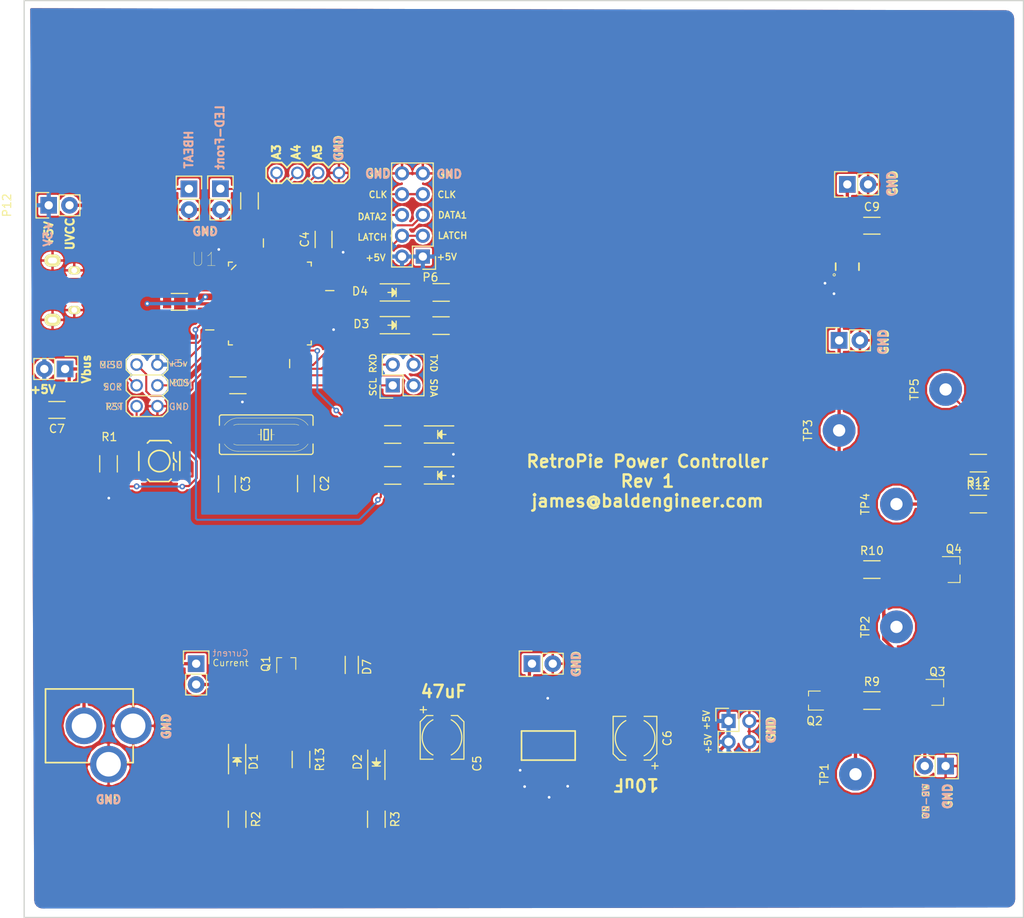
<source format=kicad_pcb>
(kicad_pcb (version 4) (host pcbnew 4.0.5)
  (layers (0 F.Cu signal) (31 B.Cu signal) (34 B.Paste user) (35 F.Paste user) (36 B.SilkS user) (37 F.SilkS user) (38 B.Mask user) (39 F.Mask user) (44 Edge.Cuts user))
  (net 0 "")
  (net 1 +5V)
  (net 2 GND)
  (net 3 "Net-(C2-Pad1)")
  (net 4 "Net-(C3-Pad1)")
  (net 5 /Vin-Safe)
  (net 6 /Vbus)
  (net 7 "Net-(C8-Pad1)")
  (net 8 "Net-(C9-Pad1)")
  (net 9 "Net-(CON1-Pad1)")
  (net 10 /32u4-MISO)
  (net 11 /32u4-SCK)
  (net 12 /32u4-MOSI)
  (net 13 /32u4-Reset)
  (net 14 "Net-(D1-Pad2)")
  (net 15 "Net-(D2-Pad1)")
  (net 16 "Net-(D3-Pad2)")
  (net 17 "Net-(D3-Pad1)")
  (net 18 "Net-(D4-Pad2)")
  (net 19 "Net-(D4-Pad1)")
  (net 20 "Net-(D5-Pad1)")
  (net 21 "Net-(D6-Pad1)")
  (net 22 /Vin-Raw)
  (net 23 /32u4-SCL)
  (net 24 /32u4-SDA)
  (net 25 /A3)
  (net 26 /32u4-RXD)
  (net 27 /A5)
  (net 28 /32u4-TXD)
  (net 29 "Net-(P4-Pad1)")
  (net 30 /DM)
  (net 31 /DP)
  (net 32 "Net-(P4-Pad4)")
  (net 33 /SNES-LATCH)
  (net 34 /SNES-DATA1)
  (net 35 /SNES-DATA2)
  (net 36 /SNES-CLK)
  (net 37 /On-Sw)
  (net 38 /Heartbeat)
  (net 39 /frntLED)
  (net 40 /PWR-Load)
  (net 41 /Uvcc)
  (net 42 /PWR-Signal)
  (net 43 "Net-(Q2-Pad2)")
  (net 44 "Net-(Q3-Pad1)")
  (net 45 "Net-(Q4-Pad1)")
  (net 46 /32u4-RXLED)
  (net 47 /32u4-TXLED)
  (net 48 /Front-LED)
  (net 49 /OFF-SIG)
  (net 50 "Net-(U1-Pad1)")
  (net 51 "Net-(U1-Pad25)")
  (net 52 "Net-(U1-Pad33)")
  (net 53 /A4)
  (net 54 "Net-(U1-Pad42)")
  (net 55 "Net-(D7-Pad2)")
  (net 56 "Net-(U1-Pad12)")
  (net 57 "Net-(U1-Pad32)")
  (module Capacitors_SMD:C_1206 (layer F.Cu) (at 40.09644 80.99298 180)
    (fp_text reference C1 hide)
    (fp_text value 0.1u)
    (pad 1 smd rect (at -1.5 0 180) (size 1 1.6) (layers F.Cu F.Paste F.Mask) (net 1 +5V))
    (pad 2 smd rect (at 1.5 0 180) (size 1 1.6) (layers F.Cu F.Paste F.Mask) (net 2 GND))
  )
  (module Capacitors_SMD:C_1206 (layer F.Cu) (at 48.40224 93 270)
    (fp_text reference C2 (at 0 -2.3 270) (layer F.SilkS))
    (fp_text value 22p)
    (pad 1 smd rect (at -1.5 0 270) (size 1 1.6) (layers F.Cu F.Paste F.Mask) (net 3 "Net-(C2-Pad1)"))
    (pad 2 smd rect (at 1.5 0 270) (size 1 1.6) (layers F.Cu F.Paste F.Mask) (net 2 GND))
  )
  (module Capacitors_SMD:C_1206 (layer F.Cu) (at 38.75532 93.0402 270)
    (fp_text reference C3 (at 0 -2.3 270) (layer F.SilkS))
    (fp_text value 22p)
    (pad 1 smd rect (at -1.5 0 270) (size 1 1.6) (layers F.Cu F.Paste F.Mask) (net 4 "Net-(C3-Pad1)"))
    (pad 2 smd rect (at 1.5 0 270) (size 1 1.6) (layers F.Cu F.Paste F.Mask) (net 2 GND))
  )
  (module Capacitors_SMD:C_1206 (layer F.Cu) (at 50.55616 63.17488 90)
    (fp_text reference C4 (at 0 -2.3 90) (layer F.SilkS))
    (fp_text value 0.1u)
    (pad 1 smd rect (at -1.5 0 90) (size 1 1.6) (layers F.Cu F.Paste F.Mask) (net 1 +5V))
    (pad 2 smd rect (at 1.5 0 90) (size 1 1.6) (layers F.Cu F.Paste F.Mask) (net 2 GND))
  )
  (module Capacitors_SMD:c_elec_5x5.3 (layer F.Cu) (at 65 124 270)
    (fp_text reference C5 (at 3.2 -4.3 270) (layer F.SilkS))
    (fp_text value "CAP 47uF Polymer 10V" hide)
    (fp_text user + (at -3.3782 2.3368 270) (layer F.SilkS))
    (pad 1 smd rect (at -2.2 0 90) (size 3 1.6) (layers F.Cu F.Paste F.Mask) (net 5 /Vin-Safe))
    (pad 2 smd rect (at 2.2 0 90) (size 3 1.6) (layers F.Cu F.Paste F.Mask) (net 2 GND))
  )
  (module Capacitors_SMD:c_elec_5x5.3 (layer F.Cu) (at 88.6 124.1 90)
    (fp_text reference C6 (at 0 3.9243 90) (layer F.SilkS))
    (fp_text value "CAP 10uF Polymer 16V" hide)
    (fp_text user + (at -3.3782 2.3368 90) (layer F.SilkS))
    (pad 1 smd rect (at -2.2 0 270) (size 3 1.6) (layers F.Cu F.Paste F.Mask) (net 1 +5V))
    (pad 2 smd rect (at 2.2 0 270) (size 3 1.6) (layers F.Cu F.Paste F.Mask) (net 2 GND))
  )
  (module Capacitors_SMD:C_1206 (layer F.Cu) (at 18 84 180)
    (fp_text reference C7 (at 0 -2.3 180) (layer F.SilkS))
    (fp_text value 10uF)
    (pad 1 smd rect (at -1.5 0 180) (size 1 1.6) (layers F.Cu F.Paste F.Mask) (net 6 /Vbus))
    (pad 2 smd rect (at 1.5 0 180) (size 1 1.6) (layers F.Cu F.Paste F.Mask) (net 2 GND))
  )
  (module Capacitors_SMD:C_1206 (layer F.Cu) (at 32.9565 70.79742 180)
    (fp_text reference C8 hide)
    (fp_text value 0.1u)
    (pad 1 smd rect (at -1.5 0 180) (size 1 1.6) (layers F.Cu F.Paste F.Mask) (net 7 "Net-(C8-Pad1)"))
    (pad 2 smd rect (at 1.5 0 180) (size 1 1.6) (layers F.Cu F.Paste F.Mask) (net 2 GND))
  )
  (module Capacitors_SMD:C_1206 (layer F.Cu) (at 117.5 61.5)
    (fp_text reference C9 (at 0 -2.3) (layer F.SilkS))
    (fp_text value 1nF)
    (pad 1 smd rect (at -1.5 0) (size 1 1.6) (layers F.Cu F.Paste F.Mask) (net 8 "Net-(C9-Pad1)"))
    (pad 2 smd rect (at 1.5 0) (size 1 1.6) (layers F.Cu F.Paste F.Mask) (net 2 GND))
  )
  (module freetronics_footprints:POWER_JACK_PTH (layer F.Cu) (at 13.60932 122.58294 270)
    (fp_text reference CON1 hide)
    (fp_text value DC-In hide)
    (pad 2 thru_hole oval (at 0 -13.69822 270) (size 4.4958 4.4958) (drill 2.9972) (layers *.Cu *.Mask) (net 2 GND))
    (pad 1 thru_hole oval (at 0 -7.69874 270) (size 4.4958 4.4958) (drill 2.9972) (layers *.Cu *.Mask) (net 9 "Net-(CON1-Pad1)"))
    (pad 3 thru_hole oval (at 4.699 -10.69848) (size 4.4958 4.4958) (drill 2.9972) (layers *.Cu *.Mask) (net 2 GND))
  )
  (module freetronics_footprints:2X03 (layer F.Cu) (at 29 81 270)
    (fp_text reference CON2 hide)
    (fp_text value ISP-32u4 hide)
    (pad 1 thru_hole oval (at -2.54 1.27 270) (size 1.524 1.524) (drill 1.016) (layers *.Cu *.Mask) (net 10 /32u4-MISO))
    (pad 2 thru_hole oval (at -2.54 -1.27 270) (size 1.524 1.524) (drill 1.016) (layers *.Cu *.Mask) (net 1 +5V))
    (pad 3 thru_hole oval (at 0 1.27 270) (size 1.524 1.524) (drill 1.016) (layers *.Cu *.Mask) (net 11 /32u4-SCK))
    (pad 4 thru_hole oval (at 0 -1.27 270) (size 1.524 1.524) (drill 1.016) (layers *.Cu *.Mask) (net 12 /32u4-MOSI))
    (pad 5 thru_hole oval (at 2.54 1.27 270) (size 1.524 1.524) (drill 1.016) (layers *.Cu *.Mask) (net 13 /32u4-Reset))
    (pad 6 thru_hole oval (at 2.54 -1.27 270) (size 1.524 1.524) (drill 1.016) (layers *.Cu *.Mask) (net 2 GND))
  )
  (module LEDs:LED-1206 (layer F.Cu) (at 40 127 270)
    (fp_text reference D1 (at 0 -2 270) (layer F.SilkS))
    (fp_text value REV-RED)
    (pad 2 smd rect (at 1.41986 0 90) (size 1.59766 1.80086) (layers F.Cu F.Paste F.Mask) (net 14 "Net-(D1-Pad2)"))
    (pad 1 smd rect (at -1.41986 0 90) (size 1.59766 1.80086) (layers F.Cu F.Paste F.Mask) (net 22 /Vin-Raw))
  )
  (module LEDs:LED-1206 (layer F.Cu) (at 57 127 90)
    (fp_text reference D2 (at 0 -2.3 90) (layer F.SilkS))
    (fp_text value GRN-PWRGD)
    (pad 2 smd rect (at 1.41986 0 270) (size 1.59766 1.80086) (layers F.Cu F.Paste F.Mask) (net 5 /Vin-Safe))
    (pad 1 smd rect (at -1.41986 0 270) (size 1.59766 1.80086) (layers F.Cu F.Paste F.Mask) (net 15 "Net-(D2-Pad1)"))
  )
  (module LEDs:LED-1206 (layer F.Cu) (at 58.91466 73.64714 180)
    (fp_text reference D3 (at 3.74956 0.14714 180) (layer F.SilkS))
    (fp_text value 32u4-LED1)
    (pad 2 smd rect (at 1.41986 0) (size 1.59766 1.80086) (layers F.Cu F.Paste F.Mask) (net 16 "Net-(D3-Pad2)"))
    (pad 1 smd rect (at -1.41986 0) (size 1.59766 1.80086) (layers F.Cu F.Paste F.Mask) (net 17 "Net-(D3-Pad1)"))
  )
  (module LEDs:LED-1206 (layer F.Cu) (at 58.91466 69.64792 180)
    (fp_text reference D4 (at 3.91466 0.14792 180) (layer F.SilkS))
    (fp_text value 32u4-LED2)
    (pad 2 smd rect (at 1.41986 0) (size 1.59766 1.80086) (layers F.Cu F.Paste F.Mask) (net 18 "Net-(D4-Pad2)"))
    (pad 1 smd rect (at -1.41986 0) (size 1.59766 1.80086) (layers F.Cu F.Paste F.Mask) (net 19 "Net-(D4-Pad1)"))
  )
  (module LEDs:LED-1206 (layer F.Cu) (at 65 92)
    (fp_text reference D5 hide)
    (fp_text value RXLED)
    (pad 2 smd rect (at 1.41986 0 180) (size 1.59766 1.80086) (layers F.Cu F.Paste F.Mask) (net 1 +5V))
    (pad 1 smd rect (at -1.41986 0 180) (size 1.59766 1.80086) (layers F.Cu F.Paste F.Mask) (net 20 "Net-(D5-Pad1)"))
  )
  (module LEDs:LED-1206 (layer F.Cu) (at 65 87)
    (fp_text reference D6 hide)
    (fp_text value TXLED)
    (pad 2 smd rect (at 1.41986 0 180) (size 1.59766 1.80086) (layers F.Cu F.Paste F.Mask) (net 1 +5V))
    (pad 1 smd rect (at -1.41986 0 180) (size 1.59766 1.80086) (layers F.Cu F.Paste F.Mask) (net 21 "Net-(D6-Pad1)"))
  )
  (module Pin_Headers:Pin_Header_Straight_1x02 (layer F.Cu) (at 35 115)
    (fp_text reference P1 hide)
    (fp_text value CURRENT)
    (pad 1 thru_hole rect (at 0 0) (size 2.032 2.032) (drill 1.016) (layers *.Cu *.Mask) (net 9 "Net-(CON1-Pad1)"))
    (pad 2 thru_hole oval (at 0 2.54) (size 2.032 2.032) (drill 1.016) (layers *.Cu *.Mask) (net 22 /Vin-Raw))
  )
  (module Pin_Headers:Pin_Header_Straight_1x02 (layer F.Cu) (at 76 115 90)
    (fp_text reference P2 hide)
    (fp_text value VIN-HDR)
    (pad 1 thru_hole rect (at 0 0 90) (size 2.032 2.032) (drill 1.016) (layers *.Cu *.Mask) (net 5 /Vin-Safe))
    (pad 2 thru_hole oval (at 0 2.54 90) (size 2.032 2.032) (drill 1.016) (layers *.Cu *.Mask) (net 2 GND))
  )
  (module Pin_Headers:Pin_Header_Straight_2x02 (layer F.Cu) (at 100 122)
    (fp_text reference P5 hide)
    (fp_text value 5V-HDR)
    (pad 1 thru_hole rect (at 0 0) (size 1.7272 1.7272) (drill 1.016) (layers *.Cu *.Mask) (net 1 +5V))
    (pad 2 thru_hole oval (at 2.54 0) (size 1.7272 1.7272) (drill 1.016) (layers *.Cu *.Mask) (net 2 GND))
    (pad 3 thru_hole oval (at 0 2.54) (size 1.7272 1.7272) (drill 1.016) (layers *.Cu *.Mask) (net 1 +5V))
    (pad 4 thru_hole oval (at 2.54 2.54) (size 1.7272 1.7272) (drill 1.016) (layers *.Cu *.Mask) (net 2 GND))
  )
  (module Pin_Headers:Pin_Header_Straight_2x05 (layer F.Cu) (at 62.6745 65.2653 180)
    (fp_text reference P6 (at -0.9255 -2.5347 180) (layer F.SilkS))
    (fp_text value SNES-HDR)
    (pad 1 thru_hole rect (at 0 0 180) (size 1.7272 1.7272) (drill 1.016) (layers *.Cu *.Mask) (net 1 +5V))
    (pad 2 thru_hole oval (at 2.54 0 180) (size 1.7272 1.7272) (drill 1.016) (layers *.Cu *.Mask) (net 1 +5V))
    (pad 3 thru_hole oval (at 0 2.54 180) (size 1.7272 1.7272) (drill 1.016) (layers *.Cu *.Mask) (net 33 /SNES-LATCH))
    (pad 4 thru_hole oval (at 2.54 2.54 180) (size 1.7272 1.7272) (drill 1.016) (layers *.Cu *.Mask) (net 33 /SNES-LATCH))
    (pad 5 thru_hole oval (at 0 5.08 180) (size 1.7272 1.7272) (drill 1.016) (layers *.Cu *.Mask) (net 34 /SNES-DATA1))
    (pad 6 thru_hole oval (at 2.54 5.08 180) (size 1.7272 1.7272) (drill 1.016) (layers *.Cu *.Mask) (net 35 /SNES-DATA2))
    (pad 7 thru_hole oval (at 0 7.62 180) (size 1.7272 1.7272) (drill 1.016) (layers *.Cu *.Mask) (net 36 /SNES-CLK))
    (pad 8 thru_hole oval (at 2.54 7.62 180) (size 1.7272 1.7272) (drill 1.016) (layers *.Cu *.Mask) (net 36 /SNES-CLK))
    (pad 9 thru_hole oval (at 0 10.16 180) (size 1.7272 1.7272) (drill 1.016) (layers *.Cu *.Mask) (net 2 GND))
    (pad 10 thru_hole oval (at 2.54 10.16 180) (size 1.7272 1.7272) (drill 1.016) (layers *.Cu *.Mask) (net 2 GND))
  )
  (module Pin_Headers:Pin_Header_Straight_1x02 (layer F.Cu) (at 126.5 127.5 270)
    (fp_text reference P7 hide)
    (fp_text value ON-HDR)
    (pad 1 thru_hole rect (at 0 0 270) (size 2.032 2.032) (drill 1.016) (layers *.Cu *.Mask) (net 2 GND))
    (pad 2 thru_hole oval (at 0 2.54 270) (size 2.032 2.032) (drill 1.016) (layers *.Cu *.Mask) (net 37 /On-Sw))
  )
  (module Pin_Headers:Pin_Header_Straight_1x02 (layer F.Cu) (at 34.11728 56.9976)
    (fp_text reference P8 hide)
    (fp_text value HBEAT)
    (pad 1 thru_hole rect (at 0 0) (size 2.032 2.032) (drill 1.016) (layers *.Cu *.Mask) (net 38 /Heartbeat))
    (pad 2 thru_hole oval (at 0 2.54) (size 2.032 2.032) (drill 1.016) (layers *.Cu *.Mask) (net 2 GND))
  )
  (module Pin_Headers:Pin_Header_Straight_1x02 (layer F.Cu) (at 37.95776 56.97728)
    (fp_text reference P9 hide)
    (fp_text value LED-Front)
    (pad 1 thru_hole rect (at 0 0) (size 2.032 2.032) (drill 1.016) (layers *.Cu *.Mask) (net 39 /frntLED))
    (pad 2 thru_hole oval (at 0 2.54) (size 2.032 2.032) (drill 1.016) (layers *.Cu *.Mask) (net 2 GND))
  )
  (module Pin_Headers:Pin_Header_Straight_1x02 (layer F.Cu) (at 114.49812 56.44896 90)
    (fp_text reference P10 hide)
    (fp_text value Load)
    (pad 1 thru_hole rect (at 0 0 90) (size 2.032 2.032) (drill 1.016) (layers *.Cu *.Mask) (net 40 /PWR-Load))
    (pad 2 thru_hole oval (at 0 2.54 90) (size 2.032 2.032) (drill 1.016) (layers *.Cu *.Mask) (net 2 GND))
  )
  (module Pin_Headers:Pin_Header_Straight_1x02 (layer F.Cu) (at 19 79 270)
    (fp_text reference P11 hide)
    (fp_text value Vbus)
    (pad 1 thru_hole rect (at 0 0 270) (size 2.032 2.032) (drill 1.016) (layers *.Cu *.Mask) (net 6 /Vbus))
    (pad 2 thru_hole oval (at 0 2.54 270) (size 2.032 2.032) (drill 1.016) (layers *.Cu *.Mask) (net 1 +5V))
  )
  (module Pin_Headers:Pin_Header_Straight_1x02 (layer F.Cu) (at 17 59 90)
    (fp_text reference P12 (at 0 -5.1 90) (layer F.SilkS))
    (fp_text value UVCC)
    (pad 1 thru_hole rect (at 0 0 90) (size 2.032 2.032) (drill 1.016) (layers *.Cu *.Mask) (net 1 +5V))
    (pad 2 thru_hole oval (at 0 2.54 90) (size 2.032 2.032) (drill 1.016) (layers *.Cu *.Mask) (net 41 /Uvcc))
  )
  (module Pin_Headers:Pin_Header_Straight_1x02 (layer F.Cu) (at 113.5 75.5 90)
    (fp_text reference P13 hide)
    (fp_text value FET-HDR)
    (pad 1 thru_hole rect (at 0 0 90) (size 2.032 2.032) (drill 1.016) (layers *.Cu *.Mask) (net 42 /PWR-Signal))
    (pad 2 thru_hole oval (at 0 2.54 90) (size 2.032 2.032) (drill 1.016) (layers *.Cu *.Mask) (net 2 GND))
  )
  (module TO_SOT_Packages_SMD:SOT-323 (layer F.Cu) (at 46 115 90)
    (fp_text reference Q1 (at 0 -2.5 90) (layer F.SilkS))
    (fp_text value FET-Reverse)
    (pad 2 smd rect (at -0.8 0.65 90) (size 0.8 0.6) (layers F.Cu F.Paste F.Mask) (net 55 "Net-(D7-Pad2)"))
    (pad 1 smd rect (at -0.8 -0.65 90) (size 0.8 0.6) (layers F.Cu F.Paste F.Mask) (net 22 /Vin-Raw))
    (pad 3 smd rect (at 0.8 0 90) (size 0.8 0.6) (layers F.Cu F.Paste F.Mask) (net 5 /Vin-Safe))
  )
  (module TO_SOT_Packages_SMD:SOT-323 (layer F.Cu) (at 110.5 119.5 180)
    (fp_text reference Q2 (at 0 -2.5 180) (layer F.SilkS))
    (fp_text value FET-Pass)
    (pad 2 smd rect (at -0.8 0.65 180) (size 0.8 0.6) (layers F.Cu F.Paste F.Mask) (net 43 "Net-(Q2-Pad2)"))
    (pad 1 smd rect (at -0.8 -0.65 180) (size 0.8 0.6) (layers F.Cu F.Paste F.Mask) (net 1 +5V))
    (pad 3 smd rect (at 0.8 0 180) (size 0.8 0.6) (layers F.Cu F.Paste F.Mask) (net 42 /PWR-Signal))
  )
  (module TO_SOT_Packages_SMD:SOT-23 (layer F.Cu) (at 125.5 118.5)
    (fp_text reference Q3 (at 0 -2.5) (layer F.SilkS))
    (fp_text value Latch-NPN)
    (pad 1 smd rect (at -1 -0.95) (size 0.9 0.8) (layers F.Cu F.Paste F.Mask) (net 44 "Net-(Q3-Pad1)"))
    (pad 2 smd rect (at -1 0.95) (size 0.9 0.8) (layers F.Cu F.Paste F.Mask) (net 37 /On-Sw))
    (pad 3 smd rect (at 1 0) (size 0.9 0.8) (layers F.Cu F.Paste F.Mask) (net 2 GND))
  )
  (module TO_SOT_Packages_SMD:SOT-23 (layer F.Cu) (at 127.5 103.5)
    (fp_text reference Q4 (at 0 -2.5) (layer F.SilkS))
    (fp_text value Reset-NPN)
    (pad 1 smd rect (at -1 -0.95) (size 0.9 0.8) (layers F.Cu F.Paste F.Mask) (net 45 "Net-(Q4-Pad1)"))
    (pad 2 smd rect (at -1 0.95) (size 0.9 0.8) (layers F.Cu F.Paste F.Mask) (net 44 "Net-(Q3-Pad1)"))
    (pad 3 smd rect (at 1 0) (size 0.9 0.8) (layers F.Cu F.Paste F.Mask) (net 2 GND))
  )
  (module Resistors_SMD:R_1206 (layer F.Cu) (at 24.30018 90.58148 90)
    (fp_text reference R1 (at 3.28148 0.09982 180) (layer F.SilkS))
    (fp_text value 100k)
    (pad 1 smd rect (at -1.45 0 90) (size 0.9 1.7) (layers F.Cu F.Paste F.Mask) (net 1 +5V))
    (pad 2 smd rect (at 1.45 0 90) (size 0.9 1.7) (layers F.Cu F.Paste F.Mask) (net 13 /32u4-Reset))
  )
  (module Resistors_SMD:R_1206 (layer F.Cu) (at 40 134 270)
    (fp_text reference R2 (at 0 -2.3 270) (layer F.SilkS))
    (fp_text value 1k)
    (pad 1 smd rect (at -1.45 0 270) (size 0.9 1.7) (layers F.Cu F.Paste F.Mask) (net 14 "Net-(D1-Pad2)"))
    (pad 2 smd rect (at 1.45 0 270) (size 0.9 1.7) (layers F.Cu F.Paste F.Mask) (net 2 GND))
  )
  (module Resistors_SMD:R_1206 (layer F.Cu) (at 57 134 270)
    (fp_text reference R3 (at 0 -2.3 270) (layer F.SilkS))
    (fp_text value 1k)
    (pad 1 smd rect (at -1.45 0 270) (size 0.9 1.7) (layers F.Cu F.Paste F.Mask) (net 15 "Net-(D2-Pad1)"))
    (pad 2 smd rect (at 1.45 0 270) (size 0.9 1.7) (layers F.Cu F.Paste F.Mask) (net 2 GND))
  )
  (module Resistors_SMD:R_1206 (layer F.Cu) (at 64.9 73.7)
    (fp_text reference R4 hide)
    (fp_text value 1k)
    (pad 1 smd rect (at -1.45 0) (size 0.9 1.7) (layers F.Cu F.Paste F.Mask) (net 17 "Net-(D3-Pad1)"))
    (pad 2 smd rect (at 1.45 0) (size 0.9 1.7) (layers F.Cu F.Paste F.Mask) (net 2 GND))
  )
  (module Resistors_SMD:R_1206 (layer F.Cu) (at 64.91466 69.64792 180)
    (fp_text reference R5 hide)
    (fp_text value 1k)
    (pad 1 smd rect (at -1.45 0 180) (size 0.9 1.7) (layers F.Cu F.Paste F.Mask) (net 2 GND))
    (pad 2 smd rect (at 1.45 0 180) (size 0.9 1.7) (layers F.Cu F.Paste F.Mask) (net 19 "Net-(D4-Pad1)"))
  )
  (module Resistors_SMD:R_1206 (layer F.Cu) (at 59 92)
    (fp_text reference R6 hide)
    (fp_text value 1k hide)
    (pad 1 smd rect (at -1.45 0) (size 0.9 1.7) (layers F.Cu F.Paste F.Mask) (net 46 /32u4-RXLED))
    (pad 2 smd rect (at 1.45 0) (size 0.9 1.7) (layers F.Cu F.Paste F.Mask) (net 20 "Net-(D5-Pad1)"))
  )
  (module Resistors_SMD:R_1206 (layer F.Cu) (at 59 87 180)
    (fp_text reference R7 hide)
    (fp_text value 1k)
    (pad 1 smd rect (at -1.45 0 180) (size 0.9 1.7) (layers F.Cu F.Paste F.Mask) (net 21 "Net-(D6-Pad1)"))
    (pad 2 smd rect (at 1.45 0 180) (size 0.9 1.7) (layers F.Cu F.Paste F.Mask) (net 47 /32u4-TXLED))
  )
  (module Resistors_SMD:R_1206 (layer F.Cu) (at 41.51376 58.46064 270)
    (fp_text reference R8 hide)
    (fp_text value 1k)
    (pad 1 smd rect (at -1.45 0 270) (size 0.9 1.7) (layers F.Cu F.Paste F.Mask) (net 39 /frntLED))
    (pad 2 smd rect (at 1.45 0 270) (size 0.9 1.7) (layers F.Cu F.Paste F.Mask) (net 48 /Front-LED))
  )
  (module Resistors_SMD:R_1206 (layer F.Cu) (at 117.5 119.5)
    (fp_text reference R9 (at 0 -2.3) (layer F.SilkS))
    (fp_text value 100k)
    (pad 1 smd rect (at -1.45 0) (size 0.9 1.7) (layers F.Cu F.Paste F.Mask) (net 43 "Net-(Q2-Pad2)"))
    (pad 2 smd rect (at 1.45 0) (size 0.9 1.7) (layers F.Cu F.Paste F.Mask) (net 37 /On-Sw))
  )
  (module Resistors_SMD:R_1206 (layer F.Cu) (at 117.5 103.5)
    (fp_text reference R10 (at 0 -2.3) (layer F.SilkS))
    (fp_text value 100k)
    (pad 1 smd rect (at -1.45 0) (size 0.9 1.7) (layers F.Cu F.Paste F.Mask) (net 42 /PWR-Signal))
    (pad 2 smd rect (at 1.45 0) (size 0.9 1.7) (layers F.Cu F.Paste F.Mask) (net 44 "Net-(Q3-Pad1)"))
  )
  (module Resistors_SMD:R_1206 (layer F.Cu) (at 130.5 95.5)
    (fp_text reference R11 (at 0 -2.3) (layer F.SilkS))
    (fp_text value 100k)
    (pad 1 smd rect (at -1.45 0) (size 0.9 1.7) (layers F.Cu F.Paste F.Mask) (net 45 "Net-(Q4-Pad1)"))
    (pad 2 smd rect (at 1.45 0) (size 0.9 1.7) (layers F.Cu F.Paste F.Mask) (net 2 GND))
  )
  (module Resistors_SMD:R_1206 (layer F.Cu) (at 130.5 90.5 180)
    (fp_text reference R12 (at 0 -2.3 180) (layer F.SilkS))
    (fp_text value 1k)
    (pad 1 smd rect (at -1.45 0 180) (size 0.9 1.7) (layers F.Cu F.Paste F.Mask) (net 49 /OFF-SIG))
    (pad 2 smd rect (at 1.45 0 180) (size 0.9 1.7) (layers F.Cu F.Paste F.Mask) (net 45 "Net-(Q4-Pad1)"))
  )
  (module freetronics_footprints:SW_PUSHBUTTON_SMD (layer F.Cu) (at 30.50286 90.2462)
    (fp_text reference SW1 hide)
    (fp_text value RESET)
    (pad 2 smd rect (at -2.667 1.905) (size 1.778 0.762) (layers F.Cu F.Paste F.Mask) (net 2 GND))
    (pad 2 smd rect (at 2.667 1.905) (size 1.778 0.762) (layers F.Cu F.Paste F.Mask) (net 2 GND))
    (pad 1 smd rect (at 2.667 -1.905) (size 1.778 0.762) (layers F.Cu F.Paste F.Mask) (net 13 /32u4-Reset))
    (pad 1 smd rect (at -2.667 -1.905) (size 1.778 0.762) (layers F.Cu F.Paste F.Mask) (net 13 /32u4-Reset))
  )
  (module ATMEGA32U4-AU:QFP80P1200X1200X120-44N (layer F.Cu) (at 44 71)
    (fp_text reference U1 (at -8 -5.4) (layer F.SilkS) (effects (font (size 1.64 1.64) (thickness 0.05))))
    (fp_text value ATMEGA32U4-AU hide)
    (pad 1 smd rect (at -5.7404 -3.9878 270) (size 0.508 1.4732) (layers F.Cu F.Paste F.Mask) (net 50 "Net-(U1-Pad1)"))
    (pad 2 smd rect (at -5.7404 -3.2004 270) (size 0.508 1.4732) (layers F.Cu F.Paste F.Mask) (net 41 /Uvcc))
    (pad 3 smd rect (at -5.7404 -2.3876 270) (size 0.508 1.4732) (layers F.Cu F.Paste F.Mask) (net 30 /DM))
    (pad 4 smd rect (at -5.7404 -1.6002 270) (size 0.508 1.4732) (layers F.Cu F.Paste F.Mask) (net 31 /DP))
    (pad 5 smd rect (at -5.7404 -0.7874 270) (size 0.508 1.4732) (layers F.Cu F.Paste F.Mask) (net 2 GND))
    (pad 6 smd rect (at -5.7404 0 270) (size 0.508 1.4732) (layers F.Cu F.Paste F.Mask) (net 7 "Net-(C8-Pad1)"))
    (pad 7 smd rect (at -5.7404 0.7874 270) (size 0.508 1.4732) (layers F.Cu F.Paste F.Mask) (net 6 /Vbus))
    (pad 8 smd rect (at -5.7404 1.6002 270) (size 0.508 1.4732) (layers F.Cu F.Paste F.Mask) (net 46 /32u4-RXLED))
    (pad 9 smd rect (at -5.7404 2.3876 270) (size 0.508 1.4732) (layers F.Cu F.Paste F.Mask) (net 11 /32u4-SCK))
    (pad 10 smd rect (at -5.7404 3.2004 270) (size 0.508 1.4732) (layers F.Cu F.Paste F.Mask) (net 12 /32u4-MOSI))
    (pad 11 smd rect (at -5.7404 3.9878 270) (size 0.508 1.4732) (layers F.Cu F.Paste F.Mask) (net 10 /32u4-MISO))
    (pad 12 smd rect (at -3.9878 5.7404 180) (size 0.508 1.4732) (layers F.Cu F.Paste F.Mask) (net 56 "Net-(U1-Pad12)"))
    (pad 13 smd rect (at -3.2004 5.7404 180) (size 0.508 1.4732) (layers F.Cu F.Paste F.Mask) (net 13 /32u4-Reset))
    (pad 14 smd rect (at -2.3876 5.7404 180) (size 0.508 1.4732) (layers F.Cu F.Paste F.Mask) (net 1 +5V))
    (pad 15 smd rect (at -1.6002 5.7404 180) (size 0.508 1.4732) (layers F.Cu F.Paste F.Mask) (net 2 GND))
    (pad 16 smd rect (at -0.7874 5.7404 180) (size 0.508 1.4732) (layers F.Cu F.Paste F.Mask) (net 4 "Net-(C3-Pad1)"))
    (pad 17 smd rect (at 0 5.7404 180) (size 0.508 1.4732) (layers F.Cu F.Paste F.Mask) (net 3 "Net-(C2-Pad1)"))
    (pad 18 smd rect (at 0.7874 5.7404 180) (size 0.508 1.4732) (layers F.Cu F.Paste F.Mask) (net 23 /32u4-SCL))
    (pad 19 smd rect (at 1.6002 5.7404 180) (size 0.508 1.4732) (layers F.Cu F.Paste F.Mask) (net 24 /32u4-SDA))
    (pad 20 smd rect (at 2.3876 5.7404 180) (size 0.508 1.4732) (layers F.Cu F.Paste F.Mask) (net 26 /32u4-RXD))
    (pad 21 smd rect (at 3.2004 5.7404 180) (size 0.508 1.4732) (layers F.Cu F.Paste F.Mask) (net 28 /32u4-TXD))
    (pad 22 smd rect (at 3.9878 5.7404 180) (size 0.508 1.4732) (layers F.Cu F.Paste F.Mask) (net 47 /32u4-TXLED))
    (pad 23 smd rect (at 5.7404 3.9878 270) (size 0.508 1.4732) (layers F.Cu F.Paste F.Mask) (net 2 GND))
    (pad 24 smd rect (at 5.7404 3.2004 270) (size 0.508 1.4732) (layers F.Cu F.Paste F.Mask) (net 1 +5V))
    (pad 25 smd rect (at 5.7404 2.3876 270) (size 0.508 1.4732) (layers F.Cu F.Paste F.Mask) (net 51 "Net-(U1-Pad25)"))
    (pad 26 smd rect (at 5.7404 1.6002 270) (size 0.508 1.4732) (layers F.Cu F.Paste F.Mask) (net 16 "Net-(D3-Pad2)"))
    (pad 27 smd rect (at 5.7404 0.7874 270) (size 0.508 1.4732) (layers F.Cu F.Paste F.Mask) (net 18 "Net-(D4-Pad2)"))
    (pad 28 smd rect (at 5.7404 0 270) (size 0.508 1.4732) (layers F.Cu F.Paste F.Mask) (net 33 /SNES-LATCH))
    (pad 29 smd rect (at 5.7404 -0.7874 270) (size 0.508 1.4732) (layers F.Cu F.Paste F.Mask) (net 34 /SNES-DATA1))
    (pad 30 smd rect (at 5.7404 -1.6002 270) (size 0.508 1.4732) (layers F.Cu F.Paste F.Mask) (net 35 /SNES-DATA2))
    (pad 31 smd rect (at 5.7404 -2.3876 270) (size 0.508 1.4732) (layers F.Cu F.Paste F.Mask) (net 36 /SNES-CLK))
    (pad 32 smd rect (at 5.7404 -3.2004 270) (size 0.508 1.4732) (layers F.Cu F.Paste F.Mask) (net 57 "Net-(U1-Pad32)"))
    (pad 33 smd rect (at 5.7404 -3.9878 270) (size 0.508 1.4732) (layers F.Cu F.Paste F.Mask) (net 52 "Net-(U1-Pad33)"))
    (pad 34 smd rect (at 3.9878 -5.7404 180) (size 0.508 1.4732) (layers F.Cu F.Paste F.Mask) (net 1 +5V))
    (pad 35 smd rect (at 3.2004 -5.7404 180) (size 0.508 1.4732) (layers F.Cu F.Paste F.Mask) (net 2 GND))
    (pad 36 smd rect (at 2.3876 -5.7404 180) (size 0.508 1.4732) (layers F.Cu F.Paste F.Mask) (net 27 /A5))
    (pad 37 smd rect (at 1.6002 -5.7404 180) (size 0.508 1.4732) (layers F.Cu F.Paste F.Mask) (net 53 /A4))
    (pad 38 smd rect (at 0.7874 -5.7404 180) (size 0.508 1.4732) (layers F.Cu F.Paste F.Mask) (net 25 /A3))
    (pad 39 smd rect (at 0 -5.7404 180) (size 0.508 1.4732) (layers F.Cu F.Paste F.Mask) (net 49 /OFF-SIG))
    (pad 40 smd rect (at -0.7874 -5.7404 180) (size 0.508 1.4732) (layers F.Cu F.Paste F.Mask) (net 48 /Front-LED))
    (pad 41 smd rect (at -1.6002 -5.7404 180) (size 0.508 1.4732) (layers F.Cu F.Paste F.Mask) (net 38 /Heartbeat))
    (pad 42 smd rect (at -2.3876 -5.7404 180) (size 0.508 1.4732) (layers F.Cu F.Paste F.Mask) (net 54 "Net-(U1-Pad42)"))
    (pad 43 smd rect (at -3.2004 -5.7404 180) (size 0.508 1.4732) (layers F.Cu F.Paste F.Mask) (net 2 GND))
    (pad 44 smd rect (at -3.9878 -5.7404 180) (size 0.508 1.4732) (layers F.Cu F.Paste F.Mask) (net 1 +5V))
  )
  (module freetronics_footprints:SOT223 (layer F.Cu) (at 78 125 180)
    (fp_text reference U2)
    (fp_text value NCP1117ST50T3G hide)
    (pad 1 smd rect (at -2.3114 3.0988 180) (size 1.2192 2.2352) (layers F.Cu F.Paste F.Mask) (net 2 GND))
    (pad 2 smd rect (at 0 3.0988 180) (size 1.2192 2.2352) (layers F.Cu F.Paste F.Mask) (net 1 +5V))
    (pad 3 smd rect (at 2.3114 3.0988 180) (size 1.2192 2.2352) (layers F.Cu F.Paste F.Mask) (net 5 /Vin-Safe))
    (pad 2 smd rect (at 0 -3.0988 180) (size 3.59918 2.19964) (layers F.Cu F.Paste F.Mask) (net 1 +5V))
  )
  (module freetronics_footprints:SOT23-6 (layer F.Cu) (at 114.5 66.5)
    (fp_text reference U3)
    (fp_text value tps22918 hide)
    (pad 1 smd rect (at -0.94996 1.29794) (size 0.54864 1.19888) (layers F.Cu F.Paste F.Mask) (net 1 +5V))
    (pad 2 smd rect (at 0 1.29794) (size 0.54864 1.19888) (layers F.Cu F.Paste F.Mask) (net 2 GND))
    (pad 3 smd rect (at 0.94996 1.29794) (size 0.54864 1.19888) (layers F.Cu F.Paste F.Mask) (net 42 /PWR-Signal))
    (pad 4 smd rect (at 0.94996 -1.29794) (size 0.54864 1.19888) (layers F.Cu F.Paste F.Mask) (net 8 "Net-(C9-Pad1)"))
    (pad 5 smd rect (at 0 -1.29794) (size 0.54864 1.19888) (layers F.Cu F.Paste F.Mask) (net 40 /PWR-Load))
    (pad 6 smd rect (at -0.94996 -1.29794) (size 0.54864 1.19888) (layers F.Cu F.Paste F.Mask) (net 40 /PWR-Load))
  )
  (module freetronics_footprints:CRYSTAL_HC49_SMD (layer F.Cu) (at 43.55592 87.0204)
    (fp_text reference Y1)
    (fp_text value 16MHz hide)
    (pad 1 smd rect (at -4.826 0) (size 5.334 1.9304) (layers F.Cu F.Paste F.Mask) (net 4 "Net-(C3-Pad1)"))
    (pad 2 smd rect (at 4.826 0) (size 5.334 1.9304) (layers F.Cu F.Paste F.Mask) (net 3 "Net-(C2-Pad1)"))
  )
  (module Diodes_SMD:SOD-323_HandSoldering (layer F.Cu) (at 54 115.4 270)
    (fp_text reference D7 (at 0 -1.85 270) (layer F.SilkS))
    (fp_text value D_Zener)
    (pad 1 smd rect (at -1.25 0 270) (size 1 1) (layers F.Cu F.Paste F.Mask) (net 5 /Vin-Safe))
    (pad 2 smd rect (at 1.25 0 270) (size 1 1) (layers F.Cu F.Paste F.Mask) (net 55 "Net-(D7-Pad2)"))
  )
  (module Resistors_SMD:R_1206 (layer F.Cu) (at 47.8 126.7 270)
    (fp_text reference R13 (at 0 -2.3 270) (layer F.SilkS))
    (fp_text value 1k)
    (pad 1 smd rect (at -1.45 0 270) (size 0.9 1.7) (layers F.Cu F.Paste F.Mask) (net 55 "Net-(D7-Pad2)"))
    (pad 2 smd rect (at 1.45 0 270) (size 0.9 1.7) (layers F.Cu F.Paste F.Mask) (net 2 GND))
  )
  (module freetronics_footprints:1X04 (layer F.Cu) (at 44.81576 55.0418)
    (fp_text reference J1 hide)
    (fp_text value EXT-HDR)
    (pad 1 thru_hole oval (at 0 0 90) (size 1.524 1.524) (drill 1.016) (layers *.Cu *.Mask) (net 25 /A3))
    (pad 2 thru_hole oval (at 2.54 0 90) (size 1.524 1.524) (drill 1.016) (layers *.Cu *.Mask) (net 53 /A4))
    (pad 3 thru_hole oval (at 5.08 0 90) (size 1.524 1.524) (drill 1.016) (layers *.Cu *.Mask) (net 27 /A5))
    (pad 4 thru_hole oval (at 7.62 0 90) (size 1.524 1.524) (drill 1.016) (layers *.Cu *.Mask) (net 2 GND))
  )
  (module Pin_Headers:Pin_Header_Straight_2x02 (layer F.Cu) (at 59 81 90)
    (fp_text reference P3 hide)
    (fp_text value SER-HDR)
    (pad 1 thru_hole rect (at 0 0 90) (size 1.7272 1.7272) (drill 1.016) (layers *.Cu *.Mask) (net 23 /32u4-SCL))
    (pad 2 thru_hole oval (at 2.54 0 90) (size 1.7272 1.7272) (drill 1.016) (layers *.Cu *.Mask) (net 26 /32u4-RXD))
    (pad 3 thru_hole oval (at 0 2.54 90) (size 1.7272 1.7272) (drill 1.016) (layers *.Cu *.Mask) (net 24 /32u4-SDA))
    (pad 4 thru_hole oval (at 2.54 2.54 90) (size 1.7272 1.7272) (drill 1.016) (layers *.Cu *.Mask) (net 28 /32u4-TXD))
  )
  (module Wire_Pads:SolderWirePad_single_1-5mmDrill (layer F.Cu) (at 115.5 128.5 90)
    (fp_text reference TP1 (at 0 -3.81 90) (layer F.SilkS))
    (fp_text value Pass-G)
    (pad 1 thru_hole circle (at 0 0 90) (size 4.0005 4.0005) (drill 1.50114) (layers *.Cu *.Mask) (net 43 "Net-(Q2-Pad2)"))
  )
  (module Wire_Pads:SolderWirePad_single_1-5mmDrill (layer F.Cu) (at 120.5 110.5 90)
    (fp_text reference TP2 (at 0 -3.81 90) (layer F.SilkS))
    (fp_text value Latch-B)
    (pad 1 thru_hole circle (at 0 0 90) (size 4.0005 4.0005) (drill 1.50114) (layers *.Cu *.Mask) (net 44 "Net-(Q3-Pad1)"))
  )
  (module Wire_Pads:SolderWirePad_single_1-5mmDrill (layer F.Cu) (at 113.5 86.5 90)
    (fp_text reference TP3 (at 0 -3.81 90) (layer F.SilkS))
    (fp_text value Load)
    (pad 1 thru_hole circle (at 0 0 90) (size 4.0005 4.0005) (drill 1.50114) (layers *.Cu *.Mask) (net 42 /PWR-Signal))
  )
  (module Wire_Pads:SolderWirePad_single_1-5mmDrill (layer F.Cu) (at 120.5 95.5 90)
    (fp_text reference TP4 (at 0 -3.81 90) (layer F.SilkS))
    (fp_text value Reset-B)
    (pad 1 thru_hole circle (at 0 0 90) (size 4.0005 4.0005) (drill 1.50114) (layers *.Cu *.Mask) (net 45 "Net-(Q4-Pad1)"))
  )
  (module Wire_Pads:SolderWirePad_single_1-5mmDrill (layer F.Cu) (at 126.5 81.5 90)
    (fp_text reference TP5 (at 0 -3.81 90) (layer F.SilkS))
    (fp_text value Off-Sig)
    (pad 1 thru_hole circle (at 0 0 90) (size 4.0005 4.0005) (drill 1.50114) (layers *.Cu *.Mask) (net 49 /OFF-SIG))
  )
  (module freetronics_footprints:USB-MICRO-5pin_PTHMOUNT (layer F.Cu) (at 20.0406 69.37248)
    (fp_text reference P4)
    (fp_text value USB_5PIN_SHELL hide)
    (pad SHLD thru_hole oval (at -2.57556 -3.62458) (size 1.99898 1.50114) (drill oval 1.09982 0.70104) (layers *.Cu *.Mask F.SilkS) (net 2 GND))
    (pad SHLD thru_hole oval (at -2.57556 3.62458) (size 1.99898 1.50114) (drill oval 1.09982 0.70104) (layers *.Cu *.Mask F.SilkS) (net 2 GND))
    (pad SHLD thru_hole oval (at 0.0762 -2.4257) (size 1.50114 1.00076) (drill 0.70104) (layers *.Cu *.Mask F.SilkS) (net 2 GND))
    (pad SHLD smd rect (at -2.57556 1.30048) (size 1.30048 1.00076) (layers F.Cu F.Paste F.Mask) (net 2 GND))
    (pad SHLD smd rect (at -2.57556 -1.30048) (size 1.30048 1.00076) (layers F.Cu F.Paste F.Mask) (net 2 GND))
    (pad 5 smd rect (at 0 1.30048) (size 1.34874 0.39878) (layers F.Cu F.Paste F.Mask) (net 2 GND))
    (pad 3 smd rect (at 0 0) (size 1.34874 0.39878) (layers F.Cu F.Paste F.Mask) (net 31 /DP))
    (pad 4 smd rect (at 0 0.65024) (size 1.34874 0.39878) (layers F.Cu F.Paste F.Mask) (net 32 "Net-(P4-Pad4)"))
    (pad 2 smd rect (at 0 -0.65024) (size 1.34874 0.39878) (layers F.Cu F.Paste F.Mask) (net 30 /DM))
    (pad SHLD thru_hole oval (at 0.0762 2.4257) (size 1.50114 1.00076) (drill 0.70104) (layers *.Cu *.Mask F.SilkS) (net 2 GND))
    (pad 1 smd rect (at 0 -1.30048) (size 1.34874 0.39878) (layers F.Cu F.Paste F.Mask) (net 29 "Net-(P4-Pad1)"))
  )
  (gr_text SCL (at 56.6 81.2 90) (layer F.SilkS) (effects (font (size 0.8 0.8))))
  (gr_text SDA (at 64 81.3 270) (layer F.SilkS) (effects (font (size 0.8 0.8))))
  (gr_text TXD (at 64 78.3 270) (layer F.SilkS) (effects (font (size 0.8 0.8))))
  (gr_text RXD (at 56.6 78.3 90) (layer F.SilkS) (effects (font (size 0.8 0.8))))
  (gr_text ON-SW (at 124.1 131.8 90) (layer B.SilkS) (effects (font (size 0.8 0.8)) (justify mirror)))
  (gr_text ON-SW (at 124.1 131.8 90) (layer F.SilkS) (effects (font (size 0.8 0.8))))
  (gr_text +5V (at 97.5 124.8 90) (layer F.SilkS) (effects (font (size 0.8 0.8))))
  (gr_text +5V (at 97.3 121.9 90) (layer F.SilkS) (effects (font (size 0.8 0.8))))
  (gr_text +5V (at 65.6 65.3) (layer F.SilkS) (effects (font (size 0.8 0.8))))
  (gr_text +5V (at 56.9 65.4) (layer F.SilkS) (effects (font (size 0.8 0.8))))
  (gr_text LATCH (at 56.5 62.9) (layer F.SilkS) (effects (font (size 0.8 0.8))))
  (gr_text LATCH (at 66.3 62.7) (layer F.SilkS) (effects (font (size 0.8 0.8))))
  (gr_text CLK (at 65.6 57.7) (layer F.SilkS) (effects (font (size 0.8 0.8))))
  (gr_text DATA1 (at 66.3 60.2) (layer F.SilkS) (effects (font (size 0.8 0.8))))
  (gr_text DATA2 (at 56.5 60.4) (layer F.SilkS) (effects (font (size 0.8 0.8))))
  (gr_text CLK (at 57.2 57.7) (layer F.SilkS) (effects (font (size 0.8 0.8))))
  (gr_text GND (at 120.1 56.3 90) (layer F.SilkS) (effects (font (size 1 1) (thickness 0.25))))
  (gr_text GND (at 119 75.7 90) (layer F.SilkS) (effects (font (size 1 1) (thickness 0.25))))
  (gr_text GND (at 126.8 131.2 90) (layer F.SilkS) (effects (font (size 1 1) (thickness 0.25))))
  (gr_text GND (at 105.2 123 90) (layer F.SilkS) (effects (font (size 1 1) (thickness 0.25))))
  (gr_text GND (at 81.4 115 90) (layer F.SilkS) (effects (font (size 1 1) (thickness 0.25))))
  (gr_text GND (at 24.3 131.6) (layer F.SilkS) (effects (font (size 1 1) (thickness 0.25))))
  (gr_text GND (at 31.33598 122.6439 90) (layer F.SilkS) (effects (font (size 1 1) (thickness 0.25))))
  (gr_text Current (at 39.2 113.7) (layer B.SilkS) (effects (font (size 0.8 0.8) (thickness 0.1)) (justify mirror)))
  (gr_text Current (at 39.2 114.9) (layer F.SilkS) (effects (font (size 0.8 0.8) (thickness 0.1))))
  (gr_text GND (at 31.4 122.7 90) (layer B.SilkS) (effects (font (size 1 1) (thickness 0.25)) (justify mirror)))
  (gr_text GND (at 24.3 131.6) (layer B.SilkS) (effects (font (size 1 1) (thickness 0.25)) (justify mirror)))
  (gr_text GND (at 81.3 115.1 270) (layer B.SilkS) (effects (font (size 1 1) (thickness 0.25)) (justify mirror)))
  (gr_text GND (at 105.1 123.2 270) (layer B.SilkS) (effects (font (size 1 1) (thickness 0.25)) (justify mirror)))
  (gr_text GND (at 126.6 131.2 270) (layer B.SilkS) (effects (font (size 1 1) (thickness 0.25)) (justify mirror)))
  (gr_text GND (at 118.7 75.7 270) (layer B.SilkS) (effects (font (size 1 1) (thickness 0.25)) (justify mirror)))
  (gr_text GND (at 119.8 56.4 270) (layer B.SilkS) (effects (font (size 1 1) (thickness 0.25)) (justify mirror)))
  (gr_text GND (at 65.9 55.2) (layer F.SilkS) (effects (font (size 1 1) (thickness 0.25))))
  (gr_text GND (at 57.2 55.1) (layer F.SilkS) (effects (font (size 1 1) (thickness 0.25))))
  (gr_text GND (at 65.9 55.1 180) (layer B.SilkS) (effects (font (size 1 1) (thickness 0.25)) (justify mirror)))
  (gr_text GND (at 57.2 55.1 180) (layer B.SilkS) (effects (font (size 1 1) (thickness 0.25)) (justify mirror)))
  (gr_text GND (at 52.4 52.1 90) (layer B.SilkS) (effects (font (size 1 1) (thickness 0.25)) (justify mirror)))
  (gr_text LED-Front (at 37.9 50.7 90) (layer B.SilkS) (effects (font (size 1 1) (thickness 0.25)) (justify mirror)))
  (gr_text HBEAT (at 34.1 52.2 90) (layer B.SilkS) (effects (font (size 1 1) (thickness 0.25)) (justify mirror)))
  (gr_text GND (at 36.1 62.2) (layer B.SilkS) (effects (font (size 1 1) (thickness 0.25)) (justify mirror)))
  (gr_text +5V (at 16.9 62.5 90) (layer B.SilkS) (effects (font (size 1 1) (thickness 0.25)) (justify mirror)))
  (gr_text MISO (at 24.6 78.5) (layer B.SilkS) (effects (font (size 0.8 0.8) (thickness 0.1)) (justify mirror)))
  (gr_text SCK (at 24.8 81.2) (layer B.SilkS) (effects (font (size 0.8 0.8) (thickness 0.1)) (justify mirror)))
  (gr_text RST (at 25 83.6) (layer B.SilkS) (effects (font (size 0.8 0.8) (thickness 0.1)) (justify mirror)))
  (gr_text GND (at 32.9 83.6) (layer B.SilkS) (effects (font (size 0.8 0.8) (thickness 0.1)) (justify mirror)))
  (gr_text MOSI (at 33.1 80.7) (layer B.SilkS) (effects (font (size 0.8 0.8) (thickness 0.1)) (justify mirror)))
  (gr_text +5v (at 32.8 78.3) (layer B.SilkS) (effects (font (size 0.8 0.8) (thickness 0.1)) (justify mirror)))
  (gr_text RST (at 25 83.6) (layer F.SilkS) (effects (font (size 0.8 0.8) (thickness 0.1))))
  (gr_text SCK (at 24.8 81.2) (layer F.SilkS) (effects (font (size 0.8 0.8) (thickness 0.1))))
  (gr_text MISO (at 24.6 78.5) (layer F.SilkS) (effects (font (size 0.8 0.8) (thickness 0.1))))
  (gr_text GND (at 32.9 83.6) (layer F.SilkS) (effects (font (size 0.8 0.8) (thickness 0.1))))
  (gr_text MOSI (at 33.1 80.7) (layer F.SilkS) (effects (font (size 0.8 0.8) (thickness 0.1))))
  (gr_text +5v (at 32.8 78.3) (layer F.SilkS) (effects (font (size 0.8 0.8) (thickness 0.1))))
  (gr_text Vbus (at 21.6 79 90) (layer F.SilkS) (effects (font (size 1 1) (thickness 0.25))))
  (gr_text +5V (at 16.3 81.5) (layer F.SilkS) (effects (font (size 1 1) (thickness 0.25))))
  (gr_text UVCC (at 19.6 62.5 90) (layer F.SilkS) (effects (font (size 1 1) (thickness 0.25))))
  (gr_text +5V (at 17 62.5 90) (layer F.SilkS) (effects (font (size 1 1) (thickness 0.25))))
  (gr_text GND (at 36.1 62.2) (layer F.SilkS) (effects (font (size 1 1) (thickness 0.25))))
  (gr_text GND (at 52.4 52 90) (layer F.SilkS) (effects (font (size 1 1) (thickness 0.25))))
  (gr_text A5 (at 49.8 52.5 90) (layer F.SilkS) (effects (font (size 1 1) (thickness 0.25))))
  (gr_text A4 (at 47.2 52.5 90) (layer F.SilkS) (effects (font (size 1 1) (thickness 0.25))))
  (gr_text A3 (at 44.8 52.5 90) (layer F.SilkS) (effects (font (size 1 1) (thickness 0.25))))
  (gr_text "RetroPie Power Controller\nRev 1\njames@baldengineer.com" (at 90.1 92.7) (layer F.SilkS) (effects (font (size 1.5 1.5) (thickness 0.3))))
  (gr_text 10uF (at 88.7 129.8 180) (layer F.SilkS) (effects (font (size 1.5 1.5) (thickness 0.3))))
  (gr_text 47uF (at 65.2 118.4) (layer F.SilkS) (effects (font (size 1.5 1.5) (thickness 0.3))))
  (gr_line (start 14 146) (end 14 34) (angle 90) (layer Edge.Cuts) (width 0.15))
  (gr_line (start 136 146) (end 14 146) (angle 90) (layer Edge.Cuts) (width 0.15))
  (gr_line (start 136 34) (end 136 146) (angle 90) (layer Edge.Cuts) (width 0.15))
  (gr_line (start 14 34) (end 136 34) (angle 90) (layer Edge.Cuts) (width 0.15))
  (segment (start 113.55004 67.79794) (end 113.55004 69.12676) (width 0.4) (layer F.Cu) (net 1))
  (via (at 112.87252 69.80428) (size 0.6858) (drill 0.3302) (layers F.Cu B.Cu) (net 1))
  (segment (start 113.55004 69.12676) (end 112.87252 69.80428) (width 0.4) (layer F.Cu) (net 1))
  (segment (start 113.55004 67.79794) (end 112.50142 67.79794) (width 0.4) (layer F.Cu) (net 1))
  (via (at 111.77524 68.52412) (size 0.6858) (drill 0.3302) (layers F.Cu B.Cu) (net 1))
  (segment (start 112.50142 67.79794) (end 111.77524 68.52412) (width 0.4) (layer F.Cu) (net 1))
  (segment (start 78 128.0988) (end 78.4926 128.0988) (width 0.4) (layer F.Cu) (net 1))
  (segment (start 78.4926 128.0988) (end 80.36052 129.96672) (width 0.4) (layer F.Cu) (net 1))
  (via (at 80.36052 129.96672) (size 0.6858) (drill 0.3302) (layers F.Cu B.Cu) (net 1))
  (segment (start 78 128.0988) (end 77.01636 128.0988) (width 0.4) (layer F.Cu) (net 1))
  (segment (start 77.01636 128.0988) (end 75.10272 130.01244) (width 0.4) (layer F.Cu) (net 1))
  (via (at 75.10272 130.01244) (size 0.6858) (drill 0.3302) (layers F.Cu B.Cu) (net 1))
  (segment (start 78 128.0988) (end 74.59116 128.0988) (width 0.4) (layer F.Cu) (net 1))
  (segment (start 74.55408 128.016) (end 74.53884 128.016) (width 0.4) (layer B.Cu) (net 1))
  (via (at 74.55408 128.016) (size 0.6858) (drill 0.3302) (layers F.Cu B.Cu) (net 1))
  (segment (start 74.55408 128.06172) (end 74.55408 128.016) (width 0.4) (layer F.Cu) (net 1))
  (segment (start 74.59116 128.0988) (end 74.55408 128.06172) (width 0.4) (layer F.Cu) (net 1))
  (segment (start 78 121.9012) (end 78 119.29532) (width 0.4) (layer F.Cu) (net 1))
  (via (at 77.92466 119.21998) (size 0.6858) (drill 0.3302) (layers F.Cu B.Cu) (net 1))
  (segment (start 78 119.29532) (end 77.92466 119.21998) (width 0.4) (layer F.Cu) (net 1))
  (segment (start 78 128.0988) (end 78 131.2257) (width 0.4) (layer F.Cu) (net 1))
  (via (at 78.0923 131.318) (size 0.6858) (drill 0.3302) (layers F.Cu B.Cu) (net 1))
  (segment (start 78 131.2257) (end 78.0923 131.318) (width 0.4) (layer F.Cu) (net 1))
  (segment (start 24.30018 92.03148) (end 24.30018 94.73692) (width 0.4) (layer F.Cu) (net 1))
  (via (at 24.33574 94.77248) (size 0.6858) (drill 0.3302) (layers F.Cu B.Cu) (net 1))
  (segment (start 24.30018 94.73692) (end 24.33574 94.77248) (width 0.4) (layer F.Cu) (net 1))
  (segment (start 66.41986 87) (end 66.41986 89.41702) (width 0.4) (layer F.Cu) (net 1))
  (segment (start 66.38544 92.09532) (end 66.41986 92.0609) (width 0.4) (layer F.Cu) (net 1))
  (via (at 66.38544 92.09532) (size 0.6858) (drill 0.3302) (layers F.Cu B.Cu) (net 1))
  (segment (start 66.38544 89.44356) (end 66.38544 92.09532) (width 0.4) (layer B.Cu) (net 1))
  (segment (start 66.4083 89.4207) (end 66.38544 89.44356) (width 0.4) (layer B.Cu) (net 1))
  (via (at 66.4083 89.4207) (size 0.6858) (drill 0.3302) (layers F.Cu B.Cu) (net 1))
  (segment (start 66.41618 89.4207) (end 66.4083 89.4207) (width 0.4) (layer F.Cu) (net 1))
  (segment (start 66.41986 89.41702) (end 66.41618 89.4207) (width 0.4) (layer F.Cu) (net 1))
  (segment (start 66.41986 92.0609) (end 66.41986 89.47798) (width 0.4) (layer F.Cu) (net 1))
  (segment (start 66.41986 89.47798) (end 66.36258 89.4207) (width 0.4) (layer F.Cu) (net 1))
  (segment (start 41.59644 80.99298) (end 41.59644 82.07616) (width 0.4) (layer F.Cu) (net 1))
  (via (at 40.64508 83.02752) (size 0.6858) (drill 0.3302) (layers F.Cu B.Cu) (net 1))
  (segment (start 41.59644 82.07616) (end 40.64508 83.02752) (width 0.4) (layer F.Cu) (net 1))
  (segment (start 49.7404 74.2004) (end 51.7709 74.2004) (width 0.4) (layer F.Cu) (net 1))
  (via (at 51.7779 74.1934) (size 0.6858) (drill 0.3302) (layers F.Cu B.Cu) (net 1))
  (segment (start 51.7709 74.2004) (end 51.7779 74.1934) (width 0.4) (layer F.Cu) (net 1))
  (segment (start 47.9878 65.2596) (end 49.97144 65.2596) (width 0.4) (layer F.Cu) (net 1))
  (segment (start 49.97144 65.2596) (end 50.49152 64.73952) (width 0.4) (layer F.Cu) (net 1))
  (segment (start 50.49152 64.73952) (end 52.94376 64.73952) (width 0.4) (layer F.Cu) (net 1))
  (via (at 52.94376 64.73952) (size 0.6858) (drill 0.3302) (layers F.Cu B.Cu) (net 1))
  (segment (start 40.0122 65.2596) (end 38.63786 65.2596) (width 0.4) (layer F.Cu) (net 1))
  (via (at 37.76472 64.39662) (size 0.6858) (drill 0.3302) (layers F.Cu B.Cu) (net 1))
  (segment (start 37.77488 64.39662) (end 37.76472 64.39662) (width 0.4) (layer F.Cu) (net 1))
  (segment (start 38.63786 65.2596) (end 37.77488 64.39662) (width 0.4) (layer F.Cu) (net 1))
  (segment (start 41.59644 80.99298) (end 41.59644 76.75636) (width 0.4) (layer F.Cu) (net 1))
  (segment (start 41.59644 76.75636) (end 41.6124 76.7404) (width 0.4) (layer F.Cu) (net 1))
  (segment (start 100 124.54) (end 100 125.6) (width 0.4) (layer F.Cu) (net 1))
  (segment (start 111.3 125.9) (end 111.3 120.15) (width 0.4) (layer F.Cu) (net 1))
  (segment (start 109.5 127.7) (end 111.3 125.9) (width 0.4) (layer F.Cu) (net 1))
  (segment (start 102.1 127.7) (end 109.5 127.7) (width 0.4) (layer F.Cu) (net 1))
  (segment (start 100 125.6) (end 102.1 127.7) (width 0.4) (layer F.Cu) (net 1))
  (segment (start 88.6 126.3) (end 88.6 126.7) (width 0.4) (layer F.Cu) (net 1))
  (segment (start 88.6 126.7) (end 89.8 127.9) (width 0.4) (layer F.Cu) (net 1))
  (segment (start 96.64 127.9) (end 100 124.54) (width 0.4) (layer F.Cu) (net 1))
  (segment (start 89.8 127.9) (end 96.64 127.9) (width 0.4) (layer F.Cu) (net 1))
  (segment (start 100 124.54) (end 100 122) (width 0.4) (layer F.Cu) (net 1))
  (segment (start 78 128.0988) (end 86.8012 128.0988) (width 0.4) (layer F.Cu) (net 1))
  (segment (start 86.8012 128.0988) (end 88.6 126.3) (width 0.4) (layer F.Cu) (net 1))
  (segment (start 78 128.0988) (end 78 121.9012) (width 0.4) (layer F.Cu) (net 1))
  (segment (start 37.95776 59.51728) (end 34.1376 59.51728) (width 0.4) (layer F.Cu) (net 2))
  (segment (start 34.1376 59.51728) (end 34.11728 59.5376) (width 0.4) (layer F.Cu) (net 2))
  (segment (start 20.5719 70.6291) (end 28.6291 70.6291) (width 0.4) (layer F.Cu) (net 2))
  (segment (start 36.12834 70.2126) (end 36.1188 70.20306) (width 0.4) (layer F.Cu) (net 2))
  (via (at 36.1188 70.20306) (size 0.6858) (drill 0.3302) (layers F.Cu B.Cu) (net 2))
  (segment (start 36.1188 70.20306) (end 35.306 71.01586) (width 0.4) (layer B.Cu) (net 2))
  (segment (start 35.306 71.01586) (end 29.0322 71.01586) (width 0.4) (layer B.Cu) (net 2))
  (via (at 29.0322 71.01586) (size 0.6858) (drill 0.3302) (layers F.Cu B.Cu) (net 2))
  (segment (start 36.12834 70.2126) (end 38.2596 70.2126) (width 0.4) (layer F.Cu) (net 2))
  (segment (start 29 71) (end 29.0322 71.01586) (width 0.4) (layer F.Cu) (net 2))
  (segment (start 28.6291 70.6291) (end 29 71) (width 0.4) (layer F.Cu) (net 2))
  (segment (start 47.2004 65.2596) (end 47.2004 67.23676) (width 0.4) (layer F.Cu) (net 2))
  (segment (start 47.2004 67.23676) (end 47.18304 67.25412) (width 0.4) (layer F.Cu) (net 2))
  (segment (start 49.7404 74.9878) (end 48.15016 74.9878) (width 0.4) (layer F.Cu) (net 2))
  (segment (start 48.15016 74.9878) (end 47.7012 74.53884) (width 0.4) (layer F.Cu) (net 2))
  (segment (start 49.7404 74.9878) (end 51.27436 74.9878) (width 0.4) (layer F.Cu) (net 2))
  (segment (start 51.27436 74.9878) (end 51.80076 75.5142) (width 0.4) (layer F.Cu) (net 2))
  (segment (start 42.3998 76.7404) (end 42.3998 74.58752) (width 0.4) (layer F.Cu) (net 2))
  (segment (start 42.3998 74.58752) (end 42.49674 74.49058) (width 0.4) (layer F.Cu) (net 2))
  (segment (start 40.7996 65.2596) (end 40.7996 67.13432) (width 0.4) (layer F.Cu) (net 2))
  (segment (start 40.7996 67.13432) (end 40.9321 67.26682) (width 0.4) (layer F.Cu) (net 2))
  (segment (start 40.7996 65.2596) (end 40.7996 63.42168) (width 0.4) (layer F.Cu) (net 2))
  (segment (start 40.7996 63.42168) (end 40.8178 63.40348) (width 0.4) (layer F.Cu) (net 2))
  (segment (start 38.2596 70.2126) (end 40.06658 70.2126) (width 0.4) (layer F.Cu) (net 2))
  (segment (start 40.06658 70.2126) (end 40.17772 70.10146) (width 0.4) (layer F.Cu) (net 2))
  (segment (start 47.2004 65.2596) (end 47.2004 63.442) (width 0.4) (layer F.Cu) (net 2))
  (segment (start 47.2004 63.442) (end 47.57166 63.07074) (width 0.4) (layer F.Cu) (net 2))
  (segment (start 48.38192 87.0204) (end 48.38192 91.47968) (width 0.4) (layer F.Cu) (net 3))
  (segment (start 48.38192 91.47968) (end 48.40224 91.5) (width 0.4) (layer F.Cu) (net 3))
  (segment (start 44 76.7404) (end 44 82.63848) (width 0.4) (layer F.Cu) (net 3))
  (segment (start 44 82.63848) (end 48.38192 87.0204) (width 0.4) (layer F.Cu) (net 3))
  (segment (start 48 87.174) (end 47.826 87) (width 0.4) (layer F.Cu) (net 3))
  (segment (start 47.826 86.26636) (end 47.826 87) (width 0.4) (layer F.Cu) (net 3))
  (segment (start 38.72992 87.0204) (end 38.72992 91.5148) (width 0.4) (layer F.Cu) (net 4))
  (segment (start 38.72992 91.5148) (end 38.75532 91.5402) (width 0.4) (layer F.Cu) (net 4))
  (segment (start 43.2126 76.7404) (end 43.2126 82.53772) (width 0.4) (layer F.Cu) (net 4))
  (segment (start 43.2126 82.53772) (end 38.72992 87.0204) (width 0.4) (layer F.Cu) (net 4))
  (segment (start 38 87.174) (end 38.174 87) (width 0.4) (layer F.Cu) (net 4))
  (segment (start 38.174 87) (end 38.68428 87) (width 0.4) (layer F.Cu) (net 4))
  (segment (start 57 125.58014) (end 57 114.2) (width 0.4) (layer F.Cu) (net 5))
  (segment (start 57 114.2) (end 57 114.15) (width 0.4) (layer F.Cu) (net 5))
  (segment (start 54 114.15) (end 57 114.15) (width 0.4) (layer F.Cu) (net 5))
  (segment (start 57 114.15) (end 63.05 114.15) (width 0.4) (layer F.Cu) (net 5))
  (segment (start 65 116.1) (end 65 121.8) (width 0.4) (layer F.Cu) (net 5))
  (segment (start 63.05 114.15) (end 65 116.1) (width 0.4) (layer F.Cu) (net 5))
  (segment (start 75.6886 121.9012) (end 75.6886 115.3114) (width 0.4) (layer F.Cu) (net 5))
  (segment (start 75.6886 115.3114) (end 76 115) (width 0.4) (layer F.Cu) (net 5))
  (segment (start 65 121.8) (end 75.5874 121.8) (width 0.4) (layer F.Cu) (net 5))
  (segment (start 75.5874 121.8) (end 75.6886 121.9012) (width 0.4) (layer F.Cu) (net 5))
  (segment (start 46 114.2) (end 53.95 114.2) (width 0.4) (layer F.Cu) (net 5))
  (segment (start 53.95 114.2) (end 54 114.15) (width 0.4) (layer F.Cu) (net 5))
  (segment (start 19 79) (end 22.0412 79) (width 0.4) (layer F.Cu) (net 6))
  (segment (start 36.569 71.7874) (end 38.2596 71.7874) (width 0.4) (layer F.Cu) (net 6))
  (segment (start 35.70732 72.64908) (end 36.569 71.7874) (width 0.4) (layer F.Cu) (net 6))
  (segment (start 28.39212 72.64908) (end 35.70732 72.64908) (width 0.4) (layer F.Cu) (net 6))
  (segment (start 22.0412 79) (end 28.39212 72.64908) (width 0.4) (layer F.Cu) (net 6))
  (segment (start 19.5 84) (end 19.5 79.5) (width 0.4) (layer F.Cu) (net 6))
  (segment (start 19.5 79.5) (end 19 79) (width 0.4) (layer F.Cu) (net 6))
  (segment (start 38.2596 71) (end 37.123 71) (width 0.4) (layer F.Cu) (net 7))
  (segment (start 37.081169 71.041831) (end 34.700911 71.041831) (width 0.4) (layer F.Cu) (net 7))
  (segment (start 37.123 71) (end 37.081169 71.041831) (width 0.4) (layer F.Cu) (net 7))
  (segment (start 34.700911 71.041831) (end 34.4565 70.79742) (width 0.4) (layer F.Cu) (net 7))
  (segment (start 115.44996 65.20206) (end 115.44996 62.05004) (width 0.4) (layer F.Cu) (net 8))
  (segment (start 115.44996 62.05004) (end 116 61.5) (width 0.4) (layer F.Cu) (net 8))
  (segment (start 21.30806 122.58294) (end 21.30806 119.50954) (width 0.4) (layer F.Cu) (net 9))
  (segment (start 25.8176 115) (end 35 115) (width 0.4) (layer F.Cu) (net 9))
  (segment (start 21.30806 119.50954) (end 25.8176 115) (width 0.4) (layer F.Cu) (net 9))
  (segment (start 32.30118 82.27314) (end 32.32404 82.27314) (width 0.25) (layer F.Cu) (net 10))
  (segment (start 37.46754 75.00366) (end 37.46754 74.9878) (width 0.25) (layer F.Cu) (net 10))
  (segment (start 36.75888 75.71232) (end 37.46754 75.00366) (width 0.25) (layer F.Cu) (net 10))
  (segment (start 36.75888 76.4667) (end 36.75888 75.71232) (width 0.25) (layer F.Cu) (net 10))
  (segment (start 33.74136 79.48422) (end 36.75888 76.4667) (width 0.25) (layer F.Cu) (net 10))
  (segment (start 33.74136 80.85582) (end 33.74136 79.48422) (width 0.25) (layer F.Cu) (net 10))
  (segment (start 32.32404 82.27314) (end 33.74136 80.85582) (width 0.25) (layer F.Cu) (net 10))
  (segment (start 38.2596 74.9878) (end 37.46754 74.9878) (width 0.25) (layer F.Cu) (net 10))
  (segment (start 37.46754 74.9878) (end 37.45038 74.9878) (width 0.25) (layer F.Cu) (net 10))
  (segment (start 32.30118 82.29346) (end 32.30118 82.27314) (width 0.25) (layer F.Cu) (net 10))
  (segment (start 32.30118 82.27314) (end 32.30118 82.28584) (width 0.25) (layer F.Cu) (net 10))
  (segment (start 28.90774 79.63774) (end 27.73 78.46) (width 0.25) (layer F.Cu) (net 10))
  (segment (start 28.90774 81.72704) (end 28.90774 79.63774) (width 0.25) (layer F.Cu) (net 10))
  (segment (start 29.46654 82.28584) (end 28.90774 81.72704) (width 0.25) (layer F.Cu) (net 10))
  (segment (start 32.31134 82.28584) (end 32.30118 82.28584) (width 0.25) (layer F.Cu) (net 10))
  (segment (start 32.30118 82.28584) (end 29.46654 82.28584) (width 0.25) (layer F.Cu) (net 10))
  (segment (start 27.73 81) (end 27.66762 81) (width 0.25) (layer F.Cu) (net 11))
  (segment (start 27.66762 81) (end 26.03754 79.36992) (width 0.25) (layer F.Cu) (net 11))
  (segment (start 26.03754 79.36992) (end 26.03754 77.56398) (width 0.25) (layer F.Cu) (net 11))
  (segment (start 26.03754 77.56398) (end 27.79776 75.80376) (width 0.25) (layer F.Cu) (net 11))
  (segment (start 27.79776 75.80376) (end 35.20694 75.80376) (width 0.25) (layer F.Cu) (net 11))
  (segment (start 35.20694 75.80376) (end 35.63874 75.37196) (width 0.25) (layer F.Cu) (net 11))
  (segment (start 35.63874 75.37196) (end 35.63874 74.26198) (width 0.25) (layer F.Cu) (net 11))
  (segment (start 35.63874 74.26198) (end 36.51312 73.3876) (width 0.25) (layer F.Cu) (net 11))
  (segment (start 36.51312 73.3876) (end 38.2596 73.3876) (width 0.25) (layer F.Cu) (net 11))
  (segment (start 36.16452 74.7776) (end 36.16452 75.62088) (width 0.25) (layer F.Cu) (net 12))
  (segment (start 32.23828 81) (end 30.27 81) (width 0.25) (layer F.Cu) (net 12))
  (segment (start 32.9311 80.30718) (end 32.23828 81) (width 0.25) (layer F.Cu) (net 12))
  (segment (start 32.9311 78.8543) (end 32.9311 80.30718) (width 0.25) (layer F.Cu) (net 12))
  (segment (start 36.16452 75.62088) (end 32.9311 78.8543) (width 0.25) (layer F.Cu) (net 12))
  (segment (start 38.2596 74.2004) (end 36.74172 74.2004) (width 0.25) (layer F.Cu) (net 12))
  (segment (start 36.74172 74.2004) (end 36.16452 74.7776) (width 0.25) (layer F.Cu) (net 12))
  (segment (start 36.16452 74.7776) (end 36.22294 74.71918) (width 0.25) (layer F.Cu) (net 12))
  (segment (start 33.30702 93.36024) (end 27.7749 93.36024) (width 0.25) (layer B.Cu) (net 13))
  (segment (start 27.7749 93.36024) (end 27.72918 93.31452) (width 0.25) (layer B.Cu) (net 13))
  (segment (start 35.07486 90.2462) (end 33.16986 88.3412) (width 0.25) (layer F.Cu) (net 13))
  (segment (start 35.07486 92.32392) (end 35.07486 90.2462) (width 0.25) (layer F.Cu) (net 13))
  (segment (start 34.0995 93.29928) (end 35.07486 92.32392) (width 0.25) (layer F.Cu) (net 13))
  (segment (start 33.36798 93.29928) (end 34.0995 93.29928) (width 0.25) (layer F.Cu) (net 13))
  (segment (start 33.30702 93.36024) (end 33.36798 93.29928) (width 0.25) (layer F.Cu) (net 13))
  (via (at 33.30702 93.36024) (size 0.6858) (drill 0.3302) (layers F.Cu B.Cu) (net 13))
  (via (at 27.7368 93.36024) (size 0.6858) (drill 0.3302) (layers F.Cu B.Cu) (net 13))
  (via (at 27.72918 93.31452) (size 0.6858) (drill 0.3302) (layers F.Cu B.Cu) (net 13))
  (segment (start 27.05862 89.13148) (end 27.05862 89.56548) (width 0.25) (layer F.Cu) (net 13))
  (segment (start 27.72918 93.35262) (end 27.72918 93.31452) (width 0.25) (layer B.Cu) (net 13))
  (segment (start 27.7368 93.36024) (end 27.72918 93.35262) (width 0.25) (layer B.Cu) (net 13))
  (segment (start 27.72156 93.345) (end 27.7368 93.36024) (width 0.25) (layer F.Cu) (net 13))
  (segment (start 26.4414 93.345) (end 27.72156 93.345) (width 0.25) (layer F.Cu) (net 13))
  (segment (start 26.15946 93.06306) (end 26.4414 93.345) (width 0.25) (layer F.Cu) (net 13))
  (segment (start 26.15946 90.46464) (end 26.15946 93.06306) (width 0.25) (layer F.Cu) (net 13))
  (segment (start 27.05862 89.56548) (end 26.15946 90.46464) (width 0.25) (layer F.Cu) (net 13))
  (segment (start 33.16986 88.3412) (end 33.44164 88.3412) (width 0.25) (layer F.Cu) (net 13))
  (segment (start 24.30018 89.13148) (end 26.1747 89.13148) (width 0.25) (layer F.Cu) (net 13))
  (segment (start 26.1747 89.13148) (end 27.05862 89.13148) (width 0.25) (layer F.Cu) (net 13))
  (segment (start 27.05862 89.13148) (end 27.04558 89.13148) (width 0.25) (layer F.Cu) (net 13))
  (segment (start 27.04558 89.13148) (end 27.83586 88.3412) (width 0.25) (layer F.Cu) (net 13))
  (segment (start 27.73 83.54) (end 27.73 88.23534) (width 0.25) (layer F.Cu) (net 13))
  (segment (start 27.73 88.23534) (end 27.83586 88.3412) (width 0.25) (layer F.Cu) (net 13))
  (segment (start 33.16986 88.3412) (end 32.49168 87.66302) (width 0.25) (layer F.Cu) (net 13))
  (segment (start 40.7996 78.20194) (end 40.7996 76.7404) (width 0.25) (layer F.Cu) (net 13))
  (segment (start 40.15994 78.8416) (end 40.7996 78.20194) (width 0.25) (layer F.Cu) (net 13))
  (segment (start 36.3728 78.8416) (end 40.15994 78.8416) (width 0.25) (layer F.Cu) (net 13))
  (segment (start 34.56432 80.65008) (end 36.3728 78.8416) (width 0.25) (layer F.Cu) (net 13))
  (segment (start 34.56432 81.40192) (end 34.56432 80.65008) (width 0.25) (layer F.Cu) (net 13))
  (segment (start 32.49168 83.47456) (end 34.56432 81.40192) (width 0.25) (layer F.Cu) (net 13))
  (segment (start 32.49168 87.66302) (end 32.49168 83.47456) (width 0.25) (layer F.Cu) (net 13))
  (segment (start 40 128.41986) (end 40 132.55) (width 0.4) (layer F.Cu) (net 14))
  (segment (start 57 128.41986) (end 57 132.55) (width 0.4) (layer F.Cu) (net 15))
  (segment (start 49.7404 72.6002) (end 56.28276 72.6002) (width 0.4) (layer F.Cu) (net 16))
  (segment (start 56.28276 72.6002) (end 57.3297 73.64714) (width 0.4) (layer F.Cu) (net 16))
  (segment (start 60.33452 73.64714) (end 63.29956 73.64714) (width 0.4) (layer F.Cu) (net 17))
  (segment (start 49.7404 71.7874) (end 55.35532 71.7874) (width 0.4) (layer F.Cu) (net 18))
  (segment (start 55.35532 71.7874) (end 57.4948 69.64792) (width 0.4) (layer F.Cu) (net 18))
  (segment (start 60.33452 69.64792) (end 63.46466 69.64792) (width 0.4) (layer F.Cu) (net 19))
  (segment (start 63.58014 92) (end 60.45 92) (width 0.4) (layer F.Cu) (net 20))
  (segment (start 63.58014 87) (end 60.45 87) (width 0.4) (layer F.Cu) (net 21))
  (segment (start 40 125.58014) (end 40 117.6) (width 0.4) (layer F.Cu) (net 22))
  (segment (start 40 117.6) (end 40 117.54) (width 0.4) (layer F.Cu) (net 22))
  (segment (start 35 117.54) (end 40 117.54) (width 0.4) (layer F.Cu) (net 22))
  (segment (start 40 117.54) (end 43.61 117.54) (width 0.4) (layer F.Cu) (net 22))
  (segment (start 43.61 117.54) (end 45.35 115.8) (width 0.4) (layer F.Cu) (net 22))
  (segment (start 59 81) (end 47.4085 81) (width 0.25) (layer F.Cu) (net 23))
  (segment (start 44.7874 78.3789) (end 44.7874 76.7404) (width 0.25) (layer F.Cu) (net 23))
  (segment (start 47.4085 81) (end 44.7874 78.3789) (width 0.25) (layer F.Cu) (net 23))
  (segment (start 61.54 81) (end 61.54 80.82114) (width 0.25) (layer F.Cu) (net 24))
  (segment (start 61.54 80.82114) (end 60.4901 79.77124) (width 0.25) (layer F.Cu) (net 24))
  (segment (start 45.6002 78.31286) (end 45.6002 76.7404) (width 0.25) (layer F.Cu) (net 24))
  (segment (start 47.05858 79.77124) (end 45.6002 78.31286) (width 0.25) (layer F.Cu) (net 24))
  (segment (start 60.4901 79.77124) (end 47.05858 79.77124) (width 0.25) (layer F.Cu) (net 24))
  (segment (start 61.54 81) (end 61.54 80.70176) (width 0.25) (layer F.Cu) (net 24))
  (segment (start 44.7874 65.2596) (end 44.7874 55.07016) (width 0.25) (layer F.Cu) (net 25))
  (segment (start 44.7874 55.07016) (end 44.81576 55.0418) (width 0.25) (layer F.Cu) (net 25))
  (segment (start 46.3876 76.7404) (end 46.3876 78.20872) (width 0.25) (layer F.Cu) (net 26))
  (segment (start 50.8133 78.46) (end 59 78.46) (width 0.25) (layer F.Cu) (net 26))
  (segment (start 50.30216 78.97114) (end 50.8133 78.46) (width 0.25) (layer F.Cu) (net 26))
  (segment (start 47.15002 78.97114) (end 50.30216 78.97114) (width 0.25) (layer F.Cu) (net 26))
  (segment (start 46.3876 78.20872) (end 47.15002 78.97114) (width 0.25) (layer F.Cu) (net 26))
  (segment (start 46.3876 65.2596) (end 46.3876 58.54996) (width 0.25) (layer F.Cu) (net 27))
  (segment (start 46.3876 58.54996) (end 49.89576 55.0418) (width 0.25) (layer F.Cu) (net 27))
  (segment (start 61.54 78.46) (end 61.54 77.65376) (width 0.25) (layer F.Cu) (net 28))
  (segment (start 61.54 77.65376) (end 60.81776 76.93152) (width 0.25) (layer F.Cu) (net 28))
  (segment (start 60.81776 76.93152) (end 50.85588 76.93152) (width 0.25) (layer F.Cu) (net 28))
  (segment (start 50.85588 76.93152) (end 49.27092 78.51648) (width 0.25) (layer F.Cu) (net 28))
  (segment (start 49.27092 78.51648) (end 47.68596 78.51648) (width 0.25) (layer F.Cu) (net 28))
  (segment (start 47.68596 78.51648) (end 47.2004 78.03092) (width 0.25) (layer F.Cu) (net 28))
  (segment (start 47.2004 78.03092) (end 47.2004 76.7404) (width 0.25) (layer F.Cu) (net 28))
  (segment (start 37.273 68.6124) (end 38.2596 68.6124) (width 0.25) (layer F.Cu) (net 30))
  (segment (start 33.17593 68.6791) (end 33.24263 68.6124) (width 0.25) (layer F.Cu) (net 30))
  (segment (start 33.24263 68.6124) (end 37.273 68.6124) (width 0.25) (layer F.Cu) (net 30))
  (segment (start 20.5719 68.6791) (end 33.17593 68.6791) (width 0.25) (layer F.Cu) (net 30))
  (segment (start 38.2596 69.3998) (end 20.6426 69.3998) (width 0.25) (layer F.Cu) (net 31))
  (segment (start 20.6426 69.3998) (end 20.5719 69.3291) (width 0.25) (layer F.Cu) (net 31))
  (segment (start 49.7404 71) (end 53.03836 71) (width 0.25) (layer F.Cu) (net 33))
  (segment (start 58.61304 64.24676) (end 60.1345 62.7253) (width 0.25) (layer F.Cu) (net 33))
  (segment (start 58.61304 65.42532) (end 58.61304 64.24676) (width 0.25) (layer F.Cu) (net 33))
  (segment (start 53.03836 71) (end 58.61304 65.42532) (width 0.25) (layer F.Cu) (net 33))
  (segment (start 60.1345 62.7253) (end 62.6745 62.7253) (width 0.25) (layer F.Cu) (net 33))
  (segment (start 49.7404 70.2126) (end 52.81992 70.2126) (width 0.25) (layer F.Cu) (net 34))
  (segment (start 61.41212 61.44768) (end 62.6745 60.1853) (width 0.25) (layer F.Cu) (net 34))
  (segment (start 59.02452 61.44768) (end 61.41212 61.44768) (width 0.25) (layer F.Cu) (net 34))
  (segment (start 57.88152 62.59068) (end 59.02452 61.44768) (width 0.25) (layer F.Cu) (net 34))
  (segment (start 57.88152 65.151) (end 57.88152 62.59068) (width 0.25) (layer F.Cu) (net 34))
  (segment (start 52.81992 70.2126) (end 57.88152 65.151) (width 0.25) (layer F.Cu) (net 34))
  (segment (start 58.5343 60.1853) (end 60.1345 60.1853) (width 0.25) (layer F.Cu) (net 35))
  (segment (start 57.2262 61.4934) (end 58.5343 60.1853) (width 0.25) (layer F.Cu) (net 35))
  (segment (start 57.2262 64.5414) (end 57.2262 61.4934) (width 0.25) (layer F.Cu) (net 35))
  (segment (start 52.3678 69.3998) (end 57.2262 64.5414) (width 0.25) (layer F.Cu) (net 35))
  (segment (start 49.7404 69.3998) (end 52.3678 69.3998) (width 0.25) (layer F.Cu) (net 35))
  (segment (start 62.6745 57.6453) (end 60.1345 57.6453) (width 0.25) (layer F.Cu) (net 36))
  (segment (start 49.7404 68.6124) (end 52.19254 68.6124) (width 0.25) (layer F.Cu) (net 36))
  (segment (start 52.19254 68.6124) (end 56.62422 64.18072) (width 0.25) (layer F.Cu) (net 36))
  (segment (start 56.62422 64.18072) (end 56.62422 59.58586) (width 0.25) (layer F.Cu) (net 36))
  (segment (start 56.62422 59.58586) (end 58.56478 57.6453) (width 0.25) (layer F.Cu) (net 36))
  (segment (start 58.56478 57.6453) (end 62.6745 57.6453) (width 0.25) (layer F.Cu) (net 36))
  (segment (start 118.95 119.5) (end 124.45 119.5) (width 0.4) (layer F.Cu) (net 37))
  (segment (start 124.45 119.5) (end 124.5 119.45) (width 0.4) (layer F.Cu) (net 37))
  (segment (start 123.96 127.5) (end 123.96 119.99) (width 0.4) (layer F.Cu) (net 37))
  (segment (start 123.96 119.99) (end 124.5 119.45) (width 0.4) (layer F.Cu) (net 37))
  (segment (start 42.3998 65.2596) (end 42.3998 63.10588) (width 0.25) (layer F.Cu) (net 38))
  (segment (start 31.6992 56.9976) (end 34.11728 56.9976) (width 0.25) (layer F.Cu) (net 38))
  (segment (start 31.3944 57.3024) (end 31.6992 56.9976) (width 0.25) (layer F.Cu) (net 38))
  (segment (start 31.3944 61.2648) (end 31.3944 57.3024) (width 0.25) (layer F.Cu) (net 38))
  (segment (start 32.26816 62.13856) (end 31.3944 61.2648) (width 0.25) (layer F.Cu) (net 38))
  (segment (start 41.43248 62.13856) (end 32.26816 62.13856) (width 0.25) (layer F.Cu) (net 38))
  (segment (start 42.3998 63.10588) (end 41.43248 62.13856) (width 0.25) (layer F.Cu) (net 38))
  (segment (start 41.51376 57.01064) (end 37.99112 57.01064) (width 0.25) (layer F.Cu) (net 39))
  (segment (start 37.99112 57.01064) (end 37.95776 56.97728) (width 0.25) (layer F.Cu) (net 39))
  (segment (start 114.5 65.20206) (end 114.5 56.45084) (width 0.4) (layer F.Cu) (net 40))
  (segment (start 114.5 56.45084) (end 114.49812 56.44896) (width 0.4) (layer F.Cu) (net 40))
  (segment (start 114.5 65.20206) (end 113.55004 65.20206) (width 0.4) (layer F.Cu) (net 40))
  (segment (start 19.54 59) (end 21.0016 59) (width 0.4) (layer F.Cu) (net 41))
  (segment (start 29.8012 67.7996) (end 38.2596 67.7996) (width 0.4) (layer F.Cu) (net 41))
  (segment (start 21.0016 59) (end 29.8012 67.7996) (width 0.4) (layer F.Cu) (net 41))
  (segment (start 113.5 86.5) (end 113.5 75.5) (width 0.25) (layer F.Cu) (net 42))
  (segment (start 113.5 75.5) (end 113.5 73.07824) (width 0.4) (layer F.Cu) (net 42))
  (segment (start 115.44996 71.12828) (end 115.44996 67.79794) (width 0.4) (layer F.Cu) (net 42))
  (segment (start 113.5 73.07824) (end 115.44996 71.12828) (width 0.4) (layer F.Cu) (net 42))
  (segment (start 116.05 103.5) (end 116.05 97.07874) (width 0.4) (layer F.Cu) (net 42))
  (segment (start 113.5 94.52874) (end 113.5 75.5) (width 0.4) (layer F.Cu) (net 42))
  (segment (start 116.05 97.07874) (end 113.5 94.52874) (width 0.4) (layer F.Cu) (net 42))
  (segment (start 109.7 119.5) (end 109.7 105.1) (width 0.4) (layer F.Cu) (net 42))
  (segment (start 111.3 103.5) (end 116.05 103.5) (width 0.4) (layer F.Cu) (net 42))
  (segment (start 109.7 105.1) (end 111.3 103.5) (width 0.4) (layer F.Cu) (net 42))
  (segment (start 115.5 128.5) (end 115.5 120.05) (width 0.4) (layer F.Cu) (net 43))
  (segment (start 115.5 120.05) (end 116.05 119.5) (width 0.4) (layer F.Cu) (net 43))
  (segment (start 116.05 119.5) (end 114.7 119.5) (width 0.4) (layer F.Cu) (net 43))
  (segment (start 114.05 118.85) (end 111.3 118.85) (width 0.4) (layer F.Cu) (net 43))
  (segment (start 114.7 119.5) (end 114.05 118.85) (width 0.4) (layer F.Cu) (net 43))
  (segment (start 118.95 103.5) (end 118.95 108.95) (width 0.4) (layer F.Cu) (net 44))
  (segment (start 118.95 108.95) (end 120.5 110.5) (width 0.4) (layer F.Cu) (net 44))
  (segment (start 122.65 104.45) (end 126.5 104.45) (width 0.4) (layer F.Cu) (net 44))
  (segment (start 121.7 103.5) (end 122.65 104.45) (width 0.4) (layer F.Cu) (net 44))
  (segment (start 118.95 103.5) (end 121.7 103.5) (width 0.4) (layer F.Cu) (net 44))
  (segment (start 118.95 103.5) (end 118.95 112) (width 0.4) (layer F.Cu) (net 44))
  (segment (start 118.95 112) (end 124.5 117.55) (width 0.4) (layer F.Cu) (net 44))
  (segment (start 129.05 90.5) (end 129.05 95.5) (width 0.4) (layer F.Cu) (net 45))
  (segment (start 126.5 98.2) (end 126.5 97.6) (width 0.4) (layer F.Cu) (net 45))
  (segment (start 124.4 95.5) (end 120.5 95.5) (width 0.4) (layer F.Cu) (net 45))
  (segment (start 126.5 97.6) (end 124.4 95.5) (width 0.4) (layer F.Cu) (net 45))
  (segment (start 126.5 102.55) (end 126.5 98.2) (width 0.4) (layer F.Cu) (net 45))
  (segment (start 126.5 98.2) (end 126.5 98.05) (width 0.4) (layer F.Cu) (net 45))
  (segment (start 126.5 98.05) (end 129.05 95.5) (width 0.4) (layer F.Cu) (net 45))
  (segment (start 38.2596 72.6002) (end 36.5182 72.6002) (width 0.25) (layer F.Cu) (net 46))
  (segment (start 57.55 94.6214) (end 57.55 92) (width 0.25) (layer F.Cu) (net 46))
  (segment (start 57.1881 94.9833) (end 57.55 94.6214) (width 0.25) (layer F.Cu) (net 46))
  (via (at 57.1881 94.9833) (size 0.6858) (drill 0.3302) (layers F.Cu B.Cu) (net 46))
  (segment (start 57.1881 95.1357) (end 57.1881 94.9833) (width 0.25) (layer B.Cu) (net 46))
  (segment (start 54.9021 97.4217) (end 57.1881 95.1357) (width 0.25) (layer B.Cu) (net 46))
  (segment (start 35.1282 97.4217) (end 54.9021 97.4217) (width 0.25) (layer B.Cu) (net 46))
  (segment (start 34.9758 97.2693) (end 35.1282 97.4217) (width 0.25) (layer B.Cu) (net 46))
  (segment (start 34.9758 74.27468) (end 34.9758 97.2693) (width 0.25) (layer B.Cu) (net 46))
  (segment (start 34.90976 74.20864) (end 34.9758 74.27468) (width 0.25) (layer B.Cu) (net 46))
  (via (at 34.90976 74.20864) (size 0.6858) (drill 0.3302) (layers F.Cu B.Cu) (net 46))
  (segment (start 36.5182 72.6002) (end 34.90976 74.20864) (width 0.25) (layer F.Cu) (net 46))
  (segment (start 57.55 87) (end 55.09252 87) (width 0.25) (layer F.Cu) (net 47))
  (segment (start 49.75036 76.7404) (end 47.9878 76.7404) (width 0.25) (layer F.Cu) (net 47))
  (segment (start 49.78908 76.77912) (end 49.75036 76.7404) (width 0.25) (layer F.Cu) (net 47))
  (via (at 49.78908 76.77912) (size 0.6858) (drill 0.3302) (layers F.Cu B.Cu) (net 47))
  (segment (start 49.78908 81.75244) (end 49.78908 76.77912) (width 0.25) (layer B.Cu) (net 47))
  (segment (start 52.1081 84.07146) (end 49.78908 81.75244) (width 0.25) (layer B.Cu) (net 47))
  (via (at 52.1081 84.07146) (size 0.6858) (drill 0.3302) (layers F.Cu B.Cu) (net 47))
  (segment (start 52.16398 84.07146) (end 52.1081 84.07146) (width 0.25) (layer F.Cu) (net 47))
  (segment (start 55.09252 87) (end 52.16398 84.07146) (width 0.25) (layer F.Cu) (net 47))
  (segment (start 43.2126 65.2596) (end 43.2126 61.60948) (width 0.25) (layer F.Cu) (net 48))
  (segment (start 43.2126 61.60948) (end 41.51376 59.91064) (width 0.25) (layer F.Cu) (net 48))
  (segment (start 44 65.2596) (end 44 58.859) (width 0.25) (layer F.Cu) (net 49))
  (segment (start 131.9022 87.0585) (end 131.95 87.0585) (width 0.25) (layer F.Cu) (net 49))
  (segment (start 131.9022 65.0367) (end 131.9022 87.0585) (width 0.25) (layer F.Cu) (net 49))
  (segment (start 117.1956 50.3301) (end 131.9022 65.0367) (width 0.25) (layer F.Cu) (net 49))
  (segment (start 44.26712 50.3301) (end 117.1956 50.3301) (width 0.25) (layer F.Cu) (net 49))
  (segment (start 42.89552 51.7017) (end 44.26712 50.3301) (width 0.25) (layer F.Cu) (net 49))
  (segment (start 42.89552 57.75452) (end 42.89552 51.7017) (width 0.25) (layer F.Cu) (net 49))
  (segment (start 44 58.859) (end 42.89552 57.75452) (width 0.25) (layer F.Cu) (net 49))
  (segment (start 131.95 90.5) (end 131.95 87.0585) (width 0.25) (layer F.Cu) (net 49))
  (segment (start 131.95 87.0585) (end 131.95 86.95) (width 0.25) (layer F.Cu) (net 49))
  (segment (start 131.95 86.95) (end 126.5 81.5) (width 0.25) (layer F.Cu) (net 49))
  (segment (start 45.6002 65.2596) (end 45.6002 56.79736) (width 0.25) (layer F.Cu) (net 53))
  (segment (start 45.6002 56.79736) (end 47.35576 55.0418) (width 0.25) (layer F.Cu) (net 53))
  (segment (start 47.8 125.25) (end 47.8 117) (width 0.4) (layer F.Cu) (net 55))
  (segment (start 47.5 116.7) (end 47.5 116.65) (width 0.4) (layer F.Cu) (net 55))
  (segment (start 47.8 117) (end 47.5 116.7) (width 0.4) (layer F.Cu) (net 55))
  (segment (start 54 116.65) (end 47.5 116.65) (width 0.4) (layer F.Cu) (net 55))
  (segment (start 47.5 116.65) (end 47.5 116.65) (width 0.4) (layer F.Cu) (net 55))
  (segment (start 47.5 116.65) (end 46.65 115.8) (width 0.4) (layer F.Cu) (net 55))
  (zone (net 2) (net_name GND) (layer F.Cu) (connect_pads (clearance 0.254)) (min_thickness 0.254) (fill yes (arc_segments 16) (thermal_gap 0.35) (thermal_bridge_width 0.3) (smoothing fillet) (radius 1))
    (polygon (pts (xy 14.72438 34.925) (xy 134.86638 35.179) (xy 134.99338 144.78) (xy 15.23238 144.907) (xy 14.7447 34.95294)))
  )
  (zone (net 1) (net_name +5V) (layer B.Cu) (connect_pads thru_hole_only (clearance 0.508)) (min_thickness 0.254) (fill yes (arc_segments 16) (thermal_gap 0.508) (thermal_bridge_width 0.508) (smoothing fillet) (radius 1))
    (polygon (pts (xy 14.72438 34.925) (xy 134.86638 35.179) (xy 134.99338 144.78) (xy 15.23238 144.907) (xy 14.7447 34.95294)))
  )
)
</source>
